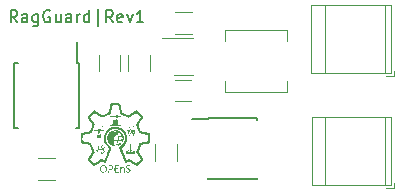
<source format=gbr>
%TF.GenerationSoftware,KiCad,Pcbnew,7.0.2-0*%
%TF.CreationDate,2023-04-20T17:34:09-07:00*%
%TF.ProjectId,RagGuard_V1,52616747-7561-4726-945f-56312e6b6963,rev?*%
%TF.SameCoordinates,Original*%
%TF.FileFunction,Legend,Top*%
%TF.FilePolarity,Positive*%
%FSLAX46Y46*%
G04 Gerber Fmt 4.6, Leading zero omitted, Abs format (unit mm)*
G04 Created by KiCad (PCBNEW 7.0.2-0) date 2023-04-20 17:34:09*
%MOMM*%
%LPD*%
G01*
G04 APERTURE LIST*
%ADD10C,0.150000*%
%ADD11C,0.120000*%
G04 APERTURE END LIST*
D10*
X184100190Y-130844935D02*
X183766857Y-130368744D01*
X183528762Y-130844935D02*
X183528762Y-129844935D01*
X183528762Y-129844935D02*
X183909714Y-129844935D01*
X183909714Y-129844935D02*
X184004952Y-129892554D01*
X184004952Y-129892554D02*
X184052571Y-129940173D01*
X184052571Y-129940173D02*
X184100190Y-130035411D01*
X184100190Y-130035411D02*
X184100190Y-130178268D01*
X184100190Y-130178268D02*
X184052571Y-130273506D01*
X184052571Y-130273506D02*
X184004952Y-130321125D01*
X184004952Y-130321125D02*
X183909714Y-130368744D01*
X183909714Y-130368744D02*
X183528762Y-130368744D01*
X184957333Y-130844935D02*
X184957333Y-130321125D01*
X184957333Y-130321125D02*
X184909714Y-130225887D01*
X184909714Y-130225887D02*
X184814476Y-130178268D01*
X184814476Y-130178268D02*
X184624000Y-130178268D01*
X184624000Y-130178268D02*
X184528762Y-130225887D01*
X184957333Y-130797316D02*
X184862095Y-130844935D01*
X184862095Y-130844935D02*
X184624000Y-130844935D01*
X184624000Y-130844935D02*
X184528762Y-130797316D01*
X184528762Y-130797316D02*
X184481143Y-130702077D01*
X184481143Y-130702077D02*
X184481143Y-130606839D01*
X184481143Y-130606839D02*
X184528762Y-130511601D01*
X184528762Y-130511601D02*
X184624000Y-130463982D01*
X184624000Y-130463982D02*
X184862095Y-130463982D01*
X184862095Y-130463982D02*
X184957333Y-130416363D01*
X185862095Y-130178268D02*
X185862095Y-130987792D01*
X185862095Y-130987792D02*
X185814476Y-131083030D01*
X185814476Y-131083030D02*
X185766857Y-131130649D01*
X185766857Y-131130649D02*
X185671619Y-131178268D01*
X185671619Y-131178268D02*
X185528762Y-131178268D01*
X185528762Y-131178268D02*
X185433524Y-131130649D01*
X185862095Y-130797316D02*
X185766857Y-130844935D01*
X185766857Y-130844935D02*
X185576381Y-130844935D01*
X185576381Y-130844935D02*
X185481143Y-130797316D01*
X185481143Y-130797316D02*
X185433524Y-130749696D01*
X185433524Y-130749696D02*
X185385905Y-130654458D01*
X185385905Y-130654458D02*
X185385905Y-130368744D01*
X185385905Y-130368744D02*
X185433524Y-130273506D01*
X185433524Y-130273506D02*
X185481143Y-130225887D01*
X185481143Y-130225887D02*
X185576381Y-130178268D01*
X185576381Y-130178268D02*
X185766857Y-130178268D01*
X185766857Y-130178268D02*
X185862095Y-130225887D01*
X186862095Y-129892554D02*
X186766857Y-129844935D01*
X186766857Y-129844935D02*
X186624000Y-129844935D01*
X186624000Y-129844935D02*
X186481143Y-129892554D01*
X186481143Y-129892554D02*
X186385905Y-129987792D01*
X186385905Y-129987792D02*
X186338286Y-130083030D01*
X186338286Y-130083030D02*
X186290667Y-130273506D01*
X186290667Y-130273506D02*
X186290667Y-130416363D01*
X186290667Y-130416363D02*
X186338286Y-130606839D01*
X186338286Y-130606839D02*
X186385905Y-130702077D01*
X186385905Y-130702077D02*
X186481143Y-130797316D01*
X186481143Y-130797316D02*
X186624000Y-130844935D01*
X186624000Y-130844935D02*
X186719238Y-130844935D01*
X186719238Y-130844935D02*
X186862095Y-130797316D01*
X186862095Y-130797316D02*
X186909714Y-130749696D01*
X186909714Y-130749696D02*
X186909714Y-130416363D01*
X186909714Y-130416363D02*
X186719238Y-130416363D01*
X187766857Y-130178268D02*
X187766857Y-130844935D01*
X187338286Y-130178268D02*
X187338286Y-130702077D01*
X187338286Y-130702077D02*
X187385905Y-130797316D01*
X187385905Y-130797316D02*
X187481143Y-130844935D01*
X187481143Y-130844935D02*
X187624000Y-130844935D01*
X187624000Y-130844935D02*
X187719238Y-130797316D01*
X187719238Y-130797316D02*
X187766857Y-130749696D01*
X188671619Y-130844935D02*
X188671619Y-130321125D01*
X188671619Y-130321125D02*
X188624000Y-130225887D01*
X188624000Y-130225887D02*
X188528762Y-130178268D01*
X188528762Y-130178268D02*
X188338286Y-130178268D01*
X188338286Y-130178268D02*
X188243048Y-130225887D01*
X188671619Y-130797316D02*
X188576381Y-130844935D01*
X188576381Y-130844935D02*
X188338286Y-130844935D01*
X188338286Y-130844935D02*
X188243048Y-130797316D01*
X188243048Y-130797316D02*
X188195429Y-130702077D01*
X188195429Y-130702077D02*
X188195429Y-130606839D01*
X188195429Y-130606839D02*
X188243048Y-130511601D01*
X188243048Y-130511601D02*
X188338286Y-130463982D01*
X188338286Y-130463982D02*
X188576381Y-130463982D01*
X188576381Y-130463982D02*
X188671619Y-130416363D01*
X189147810Y-130844935D02*
X189147810Y-130178268D01*
X189147810Y-130368744D02*
X189195429Y-130273506D01*
X189195429Y-130273506D02*
X189243048Y-130225887D01*
X189243048Y-130225887D02*
X189338286Y-130178268D01*
X189338286Y-130178268D02*
X189433524Y-130178268D01*
X190195429Y-130844935D02*
X190195429Y-129844935D01*
X190195429Y-130797316D02*
X190100191Y-130844935D01*
X190100191Y-130844935D02*
X189909715Y-130844935D01*
X189909715Y-130844935D02*
X189814477Y-130797316D01*
X189814477Y-130797316D02*
X189766858Y-130749696D01*
X189766858Y-130749696D02*
X189719239Y-130654458D01*
X189719239Y-130654458D02*
X189719239Y-130368744D01*
X189719239Y-130368744D02*
X189766858Y-130273506D01*
X189766858Y-130273506D02*
X189814477Y-130225887D01*
X189814477Y-130225887D02*
X189909715Y-130178268D01*
X189909715Y-130178268D02*
X190100191Y-130178268D01*
X190100191Y-130178268D02*
X190195429Y-130225887D01*
X190909715Y-131178268D02*
X190909715Y-129749696D01*
X192195429Y-130844935D02*
X191862096Y-130368744D01*
X191624001Y-130844935D02*
X191624001Y-129844935D01*
X191624001Y-129844935D02*
X192004953Y-129844935D01*
X192004953Y-129844935D02*
X192100191Y-129892554D01*
X192100191Y-129892554D02*
X192147810Y-129940173D01*
X192147810Y-129940173D02*
X192195429Y-130035411D01*
X192195429Y-130035411D02*
X192195429Y-130178268D01*
X192195429Y-130178268D02*
X192147810Y-130273506D01*
X192147810Y-130273506D02*
X192100191Y-130321125D01*
X192100191Y-130321125D02*
X192004953Y-130368744D01*
X192004953Y-130368744D02*
X191624001Y-130368744D01*
X193004953Y-130797316D02*
X192909715Y-130844935D01*
X192909715Y-130844935D02*
X192719239Y-130844935D01*
X192719239Y-130844935D02*
X192624001Y-130797316D01*
X192624001Y-130797316D02*
X192576382Y-130702077D01*
X192576382Y-130702077D02*
X192576382Y-130321125D01*
X192576382Y-130321125D02*
X192624001Y-130225887D01*
X192624001Y-130225887D02*
X192719239Y-130178268D01*
X192719239Y-130178268D02*
X192909715Y-130178268D01*
X192909715Y-130178268D02*
X193004953Y-130225887D01*
X193004953Y-130225887D02*
X193052572Y-130321125D01*
X193052572Y-130321125D02*
X193052572Y-130416363D01*
X193052572Y-130416363D02*
X192576382Y-130511601D01*
X193385906Y-130178268D02*
X193624001Y-130844935D01*
X193624001Y-130844935D02*
X193862096Y-130178268D01*
X194766858Y-130844935D02*
X194195430Y-130844935D01*
X194481144Y-130844935D02*
X194481144Y-129844935D01*
X194481144Y-129844935D02*
X194385906Y-129987792D01*
X194385906Y-129987792D02*
X194290668Y-130083030D01*
X194290668Y-130083030D02*
X194195430Y-130130649D01*
D11*
%TO.C,C3*%
X195314667Y-133600064D02*
X195314667Y-135022568D01*
X193494667Y-133600064D02*
X193494667Y-135022568D01*
%TO.C,C4*%
X192814667Y-133600064D02*
X192814667Y-135022568D01*
X190994667Y-133600064D02*
X190994667Y-135022568D01*
%TO.C,C1*%
X197418415Y-135701316D02*
X198840919Y-135701316D01*
X197418415Y-137521316D02*
X198840919Y-137521316D01*
%TO.C,L1*%
X201664667Y-131471316D02*
X206944667Y-131471316D01*
X201664667Y-132416316D02*
X201664667Y-131471316D01*
X201664667Y-135806316D02*
X201664667Y-136751316D01*
X201664667Y-136751316D02*
X206944667Y-136751316D01*
X206944667Y-131471316D02*
X206944667Y-132416316D01*
X206944667Y-136751316D02*
X206944667Y-135806316D01*
%TO.C,R1*%
X195783720Y-142616380D02*
X195783720Y-141162252D01*
X197603720Y-142616380D02*
X197603720Y-141162252D01*
D10*
%TO.C,U1*%
X189347667Y-134313316D02*
X189142667Y-134313316D01*
X189347667Y-134313316D02*
X189347667Y-139813316D01*
X189142667Y-134313316D02*
X189142667Y-132563316D01*
X183837667Y-134313316D02*
X184137667Y-134313316D01*
X183837667Y-134313316D02*
X183837667Y-139813316D01*
X189347667Y-139813316D02*
X189047667Y-139813316D01*
X183837667Y-139813316D02*
X184137667Y-139813316D01*
D11*
%TO.C,U2*%
X198147167Y-132201316D02*
X196347167Y-132201316D01*
X198147167Y-132201316D02*
X198947167Y-132201316D01*
X198147167Y-135321316D02*
X197347167Y-135321316D01*
X198147167Y-135321316D02*
X198947167Y-135321316D01*
%TO.C,J1*%
X215335644Y-135402264D02*
X215975644Y-135402264D01*
X215975644Y-135402264D02*
X215975644Y-135002264D01*
X208995644Y-135162264D02*
X215735644Y-135162264D01*
X208995644Y-135162264D02*
X208995644Y-129382264D01*
X210115644Y-135162264D02*
X210115644Y-129382264D01*
X215215644Y-135162264D02*
X215215644Y-129382264D01*
X215735644Y-135162264D02*
X215735644Y-129382264D01*
X208995644Y-129382264D02*
X215735644Y-129382264D01*
%TO.C,C5*%
X187303919Y-144177604D02*
X185881415Y-144177604D01*
X187303919Y-142357604D02*
X185881415Y-142357604D01*
D10*
%TO.C,U3*%
X200275000Y-139000981D02*
X200275000Y-139050981D01*
X200275000Y-139000981D02*
X204425000Y-139000981D01*
X200275000Y-139050981D02*
X198875000Y-139050981D01*
X200275000Y-144150981D02*
X200275000Y-144005981D01*
X200275000Y-144150981D02*
X204425000Y-144150981D01*
X204425000Y-139000981D02*
X204425000Y-139145981D01*
X204425000Y-144150981D02*
X204425000Y-144005981D01*
D11*
%TO.C,C2*%
X198915919Y-131821316D02*
X197493415Y-131821316D01*
X198915919Y-130001316D02*
X197493415Y-130001316D01*
%TO.C,G\u002A\u002A\u002A*%
G36*
X190905117Y-139875513D02*
G01*
X190909571Y-139898584D01*
X190904096Y-139925249D01*
X190889602Y-139929662D01*
X190879131Y-139922092D01*
X190870689Y-139898961D01*
X190882661Y-139877883D01*
X190890003Y-139873888D01*
X190905117Y-139875513D01*
G37*
G36*
X192866428Y-139598123D02*
G01*
X192866428Y-139630737D01*
X192416351Y-139630737D01*
X191966274Y-139630737D01*
X191966274Y-139598123D01*
X191966274Y-139565509D01*
X192416351Y-139565509D01*
X192866428Y-139565509D01*
X192866428Y-139598123D01*
G37*
G36*
X193790332Y-141676760D02*
G01*
X193792674Y-141691190D01*
X193786683Y-141716164D01*
X193779628Y-141724574D01*
X193769954Y-141719955D01*
X193766582Y-141699253D01*
X193770954Y-141674370D01*
X193779628Y-141665868D01*
X193790332Y-141676760D01*
G37*
G36*
X193870948Y-140087337D02*
G01*
X193870948Y-140204749D01*
X193779628Y-140204749D01*
X193688308Y-140204749D01*
X193688308Y-140087337D01*
X193688308Y-139969926D01*
X193779628Y-139969926D01*
X193870948Y-139969926D01*
X193870948Y-140087337D01*
G37*
G36*
X193839755Y-141667048D02*
G01*
X193856070Y-141689268D01*
X193849773Y-141712882D01*
X193819852Y-141741247D01*
X193816607Y-141743675D01*
X193790916Y-141761678D01*
X193781531Y-141764132D01*
X193784378Y-141751780D01*
X193785327Y-141749390D01*
X193797370Y-141718262D01*
X193808475Y-141688281D01*
X193820276Y-141664309D01*
X193833064Y-141662388D01*
X193839755Y-141667048D01*
G37*
G36*
X193526199Y-141689842D02*
G01*
X193541497Y-141720323D01*
X193551581Y-141730009D01*
X193553911Y-141717987D01*
X193550162Y-141698483D01*
X193548490Y-141672863D01*
X193556436Y-141665868D01*
X193566909Y-141676808D01*
X193569505Y-141703371D01*
X193563784Y-141736171D01*
X193560195Y-141746281D01*
X193552020Y-141758779D01*
X193538708Y-141756226D01*
X193514091Y-141738183D01*
X193490237Y-141716266D01*
X193484787Y-141698763D01*
X193492853Y-141678482D01*
X193508853Y-141648587D01*
X193526199Y-141689842D01*
G37*
G36*
X193564523Y-140048372D02*
G01*
X193567052Y-140050384D01*
X193594997Y-140063014D01*
X193628393Y-140067769D01*
X193659988Y-140073250D01*
X193668739Y-140087337D01*
X193658840Y-140101874D01*
X193631018Y-140104197D01*
X193593192Y-140108719D01*
X193566148Y-140120504D01*
X193541313Y-140135971D01*
X193524687Y-140137107D01*
X193507885Y-140128120D01*
X193496328Y-140107796D01*
X193495423Y-140090601D01*
X193508820Y-140090601D01*
X193512616Y-140101072D01*
X193529338Y-140110693D01*
X193547250Y-140100942D01*
X193555546Y-140082995D01*
X193550105Y-140064417D01*
X193540009Y-140061246D01*
X193516299Y-140070202D01*
X193508820Y-140090601D01*
X193495423Y-140090601D01*
X193494839Y-140079510D01*
X193507855Y-140047484D01*
X193533182Y-140036258D01*
X193564523Y-140048372D01*
G37*
G36*
X191237685Y-141444445D02*
G01*
X191278546Y-141470880D01*
X191297148Y-141486631D01*
X191321518Y-141523935D01*
X191334800Y-141575938D01*
X191335433Y-141633050D01*
X191327265Y-141671693D01*
X191309275Y-141705771D01*
X191281577Y-141736629D01*
X191249161Y-141761493D01*
X191217014Y-141777593D01*
X191190124Y-141782155D01*
X191173480Y-141772408D01*
X191170486Y-141758819D01*
X191181389Y-141737326D01*
X191209615Y-141726532D01*
X191246912Y-141707222D01*
X191278173Y-141670244D01*
X191297490Y-141624024D01*
X191300894Y-141596375D01*
X191290874Y-141560998D01*
X191265755Y-141524863D01*
X191233070Y-141496225D01*
X191200355Y-141483334D01*
X191197580Y-141483228D01*
X191175106Y-141474512D01*
X191170486Y-141457137D01*
X191179378Y-141436578D01*
X191203203Y-141432680D01*
X191237685Y-141444445D01*
G37*
G36*
X194050485Y-140041091D02*
G01*
X194064024Y-140050809D01*
X194078790Y-140079276D01*
X194067611Y-140109519D01*
X194059179Y-140119020D01*
X194033939Y-140137340D01*
X194011652Y-140132742D01*
X193996591Y-140119797D01*
X193968330Y-140106093D01*
X193934198Y-140103489D01*
X193902663Y-140102194D01*
X193888501Y-140089286D01*
X193888098Y-140087894D01*
X194001294Y-140087894D01*
X194010374Y-140105003D01*
X194029262Y-140110288D01*
X194044626Y-140097449D01*
X194047065Y-140086429D01*
X194036221Y-140068781D01*
X194024235Y-140063729D01*
X194005921Y-140069328D01*
X194001294Y-140087894D01*
X193888098Y-140087894D01*
X193886434Y-140082154D01*
X193886334Y-140066232D01*
X193899532Y-140061640D01*
X193927519Y-140064895D01*
X193968579Y-140065562D01*
X193989149Y-140053772D01*
X194017856Y-140036772D01*
X194050485Y-140041091D01*
G37*
G36*
X194124481Y-139965144D02*
G01*
X194144569Y-139982362D01*
X194150697Y-140007984D01*
X194136858Y-140036841D01*
X194136677Y-140037041D01*
X194107545Y-140058637D01*
X194080961Y-140054684D01*
X194065691Y-140040541D01*
X194047949Y-140028430D01*
X194017058Y-140023409D01*
X193969512Y-140024234D01*
X193924484Y-140025488D01*
X193900068Y-140022223D01*
X193892143Y-140014522D01*
X194083301Y-140014522D01*
X194086202Y-140022109D01*
X194102722Y-140034946D01*
X194115868Y-140025307D01*
X194118816Y-140009063D01*
X194113672Y-139987859D01*
X194106541Y-139982972D01*
X194088356Y-139993289D01*
X194083301Y-140014522D01*
X193892143Y-140014522D01*
X193891022Y-140013433D01*
X193890516Y-140009063D01*
X193895666Y-139998038D01*
X193914655Y-139993149D01*
X193952793Y-139993347D01*
X193966290Y-139994089D01*
X194016238Y-139994680D01*
X194048313Y-139988127D01*
X194066460Y-139976606D01*
X194096442Y-139961502D01*
X194124481Y-139965144D01*
G37*
G36*
X193485459Y-139969371D02*
G01*
X193493565Y-139977585D01*
X193511306Y-139989696D01*
X193542197Y-139994717D01*
X193589744Y-139993892D01*
X193634772Y-139992638D01*
X193659188Y-139995903D01*
X193668234Y-140004693D01*
X193668739Y-140009063D01*
X193663682Y-140019936D01*
X193645016Y-140024945D01*
X193607499Y-140025097D01*
X193589744Y-140024234D01*
X193540375Y-140023501D01*
X193510238Y-140028828D01*
X193493565Y-140040541D01*
X193465973Y-140059612D01*
X193439135Y-140056628D01*
X193420948Y-140032880D01*
X193419663Y-140028462D01*
X193419549Y-140013852D01*
X193431021Y-140013852D01*
X193433660Y-140021694D01*
X193452723Y-140032538D01*
X193476290Y-140027507D01*
X193489365Y-140012331D01*
X193484760Y-139995438D01*
X193465804Y-139986164D01*
X193444027Y-139988821D01*
X193438090Y-139993148D01*
X193431021Y-140013852D01*
X193419549Y-140013852D01*
X193419382Y-139992603D01*
X193434438Y-139967922D01*
X193458556Y-139958738D01*
X193485459Y-139969371D01*
G37*
G36*
X191224832Y-141330534D02*
G01*
X191293964Y-141352457D01*
X191356859Y-141396919D01*
X191409002Y-141460423D01*
X191422289Y-141483451D01*
X191444386Y-141530243D01*
X191454168Y-141567986D01*
X191454420Y-141608911D01*
X191453408Y-141620208D01*
X191433815Y-141700320D01*
X191394332Y-141772120D01*
X191339004Y-141830244D01*
X191271881Y-141869324D01*
X191263120Y-141872515D01*
X191212414Y-141885695D01*
X191181162Y-141884287D01*
X191170486Y-141868340D01*
X191170486Y-141868325D01*
X191181731Y-141851918D01*
X191206361Y-141841376D01*
X191277337Y-141814202D01*
X191341303Y-141766851D01*
X191355979Y-141751519D01*
X191387479Y-141697958D01*
X191402424Y-141632315D01*
X191400572Y-141562867D01*
X191381686Y-141497894D01*
X191364198Y-141467412D01*
X191333832Y-141435757D01*
X191291643Y-141404722D01*
X191246649Y-141379846D01*
X191207870Y-141366664D01*
X191198692Y-141365817D01*
X191175300Y-141357575D01*
X191170486Y-141344531D01*
X191175121Y-141331451D01*
X191193257Y-141327624D01*
X191224832Y-141330534D01*
G37*
G36*
X193967900Y-140138063D02*
G01*
X194015474Y-140150960D01*
X194042025Y-140170391D01*
X194052550Y-140200956D01*
X194053388Y-140216767D01*
X194062250Y-140251875D01*
X194074739Y-140271726D01*
X194089041Y-140301883D01*
X194078113Y-140330117D01*
X194055231Y-140347372D01*
X194028988Y-140353701D01*
X194008834Y-140340771D01*
X193992037Y-140313322D01*
X194015334Y-140313322D01*
X194022793Y-140326154D01*
X194038756Y-140329188D01*
X194051420Y-140314261D01*
X194053588Y-140301822D01*
X194043128Y-140285198D01*
X194034019Y-140283023D01*
X194017609Y-140292751D01*
X194015334Y-140313322D01*
X193992037Y-140313322D01*
X193989978Y-140309958D01*
X193997083Y-140281366D01*
X194008594Y-140269424D01*
X194023318Y-140242109D01*
X194024901Y-140212383D01*
X194017642Y-140182869D01*
X193998481Y-140170332D01*
X193984309Y-140167930D01*
X193951349Y-140169521D01*
X193930595Y-140177875D01*
X193911626Y-140183830D01*
X193896714Y-140171742D01*
X193886248Y-140149163D01*
X193898706Y-140136119D01*
X193932431Y-140133394D01*
X193967900Y-140138063D01*
G37*
G36*
X192014652Y-142951573D02*
G01*
X192056057Y-142954566D01*
X192085517Y-142961179D01*
X192110095Y-142972739D01*
X192126377Y-142983246D01*
X192166867Y-143017610D01*
X192190179Y-143056964D01*
X192200042Y-143109269D01*
X192201097Y-143142678D01*
X192189920Y-143211807D01*
X192157517Y-143267044D01*
X192105580Y-143306968D01*
X192035800Y-143330159D01*
X191971204Y-143335719D01*
X191901045Y-143335719D01*
X191901045Y-143459654D01*
X191901045Y-143583588D01*
X191861676Y-143583588D01*
X191822307Y-143583588D01*
X191825801Y-143267229D01*
X191828646Y-143009577D01*
X191901045Y-143009577D01*
X191901045Y-143141649D01*
X191901045Y-143273722D01*
X191973644Y-143267701D01*
X192025381Y-143259772D01*
X192060897Y-143244106D01*
X192078797Y-143229126D01*
X192103645Y-143187813D01*
X192112714Y-143135997D01*
X192104923Y-143084734D01*
X192094977Y-143063729D01*
X192065581Y-143037878D01*
X192017839Y-143019121D01*
X191959110Y-143010083D01*
X191943444Y-143009649D01*
X191901045Y-143009577D01*
X191828646Y-143009577D01*
X191829294Y-142950871D01*
X191954238Y-142950871D01*
X192014652Y-142951573D01*
G37*
G36*
X193765649Y-140236239D02*
G01*
X193776800Y-140259431D01*
X193764118Y-140272856D01*
X193728075Y-140276239D01*
X193700990Y-140274025D01*
X193636125Y-140266343D01*
X193636125Y-140312424D01*
X193641729Y-140349428D01*
X193655694Y-140366015D01*
X193672151Y-140384029D01*
X193673253Y-140411957D01*
X193659607Y-140436962D01*
X193634413Y-140450727D01*
X193601020Y-140444286D01*
X193600249Y-140443977D01*
X193589397Y-140429116D01*
X193584567Y-140403660D01*
X193600000Y-140403660D01*
X193603511Y-140413480D01*
X193622425Y-140426411D01*
X193641638Y-140419856D01*
X193649171Y-140400434D01*
X193641345Y-140379282D01*
X193630372Y-140374343D01*
X193607433Y-140383407D01*
X193600000Y-140403660D01*
X193584567Y-140403660D01*
X193584446Y-140403023D01*
X193585838Y-140376906D01*
X193594015Y-140361972D01*
X193596988Y-140361297D01*
X193605814Y-140349878D01*
X193609984Y-140322008D01*
X193610034Y-140318246D01*
X193617199Y-140274872D01*
X193640522Y-140251033D01*
X193681785Y-140243886D01*
X193714772Y-140239782D01*
X193735825Y-140230287D01*
X193753116Y-140225615D01*
X193765649Y-140236239D01*
G37*
G36*
X193836107Y-140226973D02*
G01*
X193858033Y-140234947D01*
X193892427Y-140242589D01*
X193896596Y-140243286D01*
X193928009Y-140251273D01*
X193942060Y-140267486D01*
X193947021Y-140296219D01*
X193957091Y-140334422D01*
X193975501Y-140364228D01*
X193976374Y-140365067D01*
X193997553Y-140389743D01*
X193996737Y-140409730D01*
X193977548Y-140431027D01*
X193948697Y-140450235D01*
X193925086Y-140447075D01*
X193912694Y-140436962D01*
X193898698Y-140410355D01*
X193899403Y-140400434D01*
X193923131Y-140400434D01*
X193931288Y-140421683D01*
X193942699Y-140426526D01*
X193958636Y-140415650D01*
X193962268Y-140400434D01*
X193954111Y-140379186D01*
X193942699Y-140374343D01*
X193926763Y-140385219D01*
X193923131Y-140400434D01*
X193899403Y-140400434D01*
X193900664Y-140382671D01*
X193916608Y-140366015D01*
X193931408Y-140347139D01*
X193936176Y-140312424D01*
X193936176Y-140266343D01*
X193871311Y-140274025D01*
X193830308Y-140276246D01*
X193803762Y-140272447D01*
X193798437Y-140268748D01*
X193798410Y-140249548D01*
X193812346Y-140231550D01*
X193830938Y-140225077D01*
X193836107Y-140226973D01*
G37*
G36*
X194011832Y-139651574D02*
G01*
X194020083Y-139665735D01*
X194018102Y-139691652D01*
X193999923Y-139716378D01*
X193974160Y-139730654D01*
X193959677Y-139730646D01*
X193936749Y-139736297D01*
X193904765Y-139763848D01*
X193884151Y-139787098D01*
X193850364Y-139831024D01*
X193834658Y-139862350D01*
X193835504Y-139885680D01*
X193846329Y-139900951D01*
X193854482Y-139921371D01*
X193852082Y-139929652D01*
X193832790Y-139942365D01*
X193809541Y-139940760D01*
X193800767Y-139933330D01*
X193797449Y-139906257D01*
X193808276Y-139866606D01*
X193830288Y-139821501D01*
X193860523Y-139778064D01*
X193869667Y-139767596D01*
X193898412Y-139732497D01*
X193917820Y-139701308D01*
X193923131Y-139684809D01*
X193923764Y-139682920D01*
X193949222Y-139682920D01*
X193955825Y-139704332D01*
X193972052Y-139706528D01*
X193991460Y-139693664D01*
X193994882Y-139682920D01*
X193984037Y-139664500D01*
X193972052Y-139659312D01*
X193953560Y-139663850D01*
X193949222Y-139682920D01*
X193923764Y-139682920D01*
X193933181Y-139654830D01*
X193957324Y-139638116D01*
X193986545Y-139636440D01*
X194011832Y-139651574D01*
G37*
G36*
X191256521Y-141219244D02*
G01*
X191304750Y-141235464D01*
X191390212Y-141280091D01*
X191459160Y-141341447D01*
X191510799Y-141415647D01*
X191544337Y-141498804D01*
X191558979Y-141587031D01*
X191553931Y-141676441D01*
X191528401Y-141763149D01*
X191481594Y-141843266D01*
X191438554Y-141890747D01*
X191388385Y-141927858D01*
X191323937Y-141962229D01*
X191256858Y-141988185D01*
X191219407Y-141997502D01*
X191187333Y-142001492D01*
X191173386Y-141996364D01*
X191170486Y-141981274D01*
X191177203Y-141963253D01*
X191201249Y-141952903D01*
X191220820Y-141949558D01*
X191306033Y-141925382D01*
X191382798Y-141878478D01*
X191446988Y-141811850D01*
X191478722Y-141761838D01*
X191501595Y-141698753D01*
X191512806Y-141623985D01*
X191511664Y-141548603D01*
X191497479Y-141483681D01*
X191496265Y-141480527D01*
X191460589Y-141416485D01*
X191409299Y-141357975D01*
X191348334Y-141309598D01*
X191283630Y-141275956D01*
X191221125Y-141261651D01*
X191213584Y-141261451D01*
X191183202Y-141258139D01*
X191171495Y-141245422D01*
X191170486Y-141235360D01*
X191179759Y-141215143D01*
X191208152Y-141209771D01*
X191256521Y-141219244D01*
G37*
G36*
X193642839Y-139728561D02*
G01*
X193665540Y-139746329D01*
X193674541Y-139773716D01*
X193665620Y-139802755D01*
X193655694Y-139813377D01*
X193641403Y-139837581D01*
X193636125Y-139868356D01*
X193637263Y-139890788D01*
X193645047Y-139901769D01*
X193666028Y-139904578D01*
X193704615Y-139902634D01*
X193746042Y-139901540D01*
X193767090Y-139905986D01*
X193773101Y-139917139D01*
X193773105Y-139917564D01*
X193767852Y-139931964D01*
X193748888Y-139938073D01*
X193711407Y-139936838D01*
X193688360Y-139934281D01*
X193643204Y-139923729D01*
X193618765Y-139903054D01*
X193610248Y-139867598D01*
X193610034Y-139858210D01*
X193606454Y-139826283D01*
X193597759Y-139807407D01*
X193596988Y-139806854D01*
X193584180Y-139786055D01*
X193585186Y-139770784D01*
X193601761Y-139770784D01*
X193606040Y-139778943D01*
X193626780Y-139787423D01*
X193644908Y-139779626D01*
X193649171Y-139767717D01*
X193639123Y-139750413D01*
X193630372Y-139748149D01*
X193609019Y-139755371D01*
X193601761Y-139770784D01*
X193585186Y-139770784D01*
X193586047Y-139757701D01*
X193600434Y-139734173D01*
X193610660Y-139728381D01*
X193642839Y-139728561D01*
G37*
G36*
X193666568Y-140138966D02*
G01*
X193672359Y-140154937D01*
X193662542Y-140171742D01*
X193643690Y-140184543D01*
X193628660Y-140177875D01*
X193603750Y-140168752D01*
X193574947Y-140167930D01*
X193547212Y-140176521D01*
X193535572Y-140199297D01*
X193533947Y-140210152D01*
X193537684Y-140245584D01*
X193550255Y-140259722D01*
X193567378Y-140282025D01*
X193569125Y-140312867D01*
X193556002Y-140340086D01*
X193546607Y-140347287D01*
X193517309Y-140352244D01*
X193497892Y-140342425D01*
X193482565Y-140327306D01*
X193480948Y-140308099D01*
X193481388Y-140306666D01*
X193500539Y-140306666D01*
X193513114Y-140322833D01*
X193529503Y-140329129D01*
X193533237Y-140327769D01*
X193543858Y-140309835D01*
X193544805Y-140301822D01*
X193535077Y-140286017D01*
X193514513Y-140284024D01*
X193501432Y-140291607D01*
X193500539Y-140306666D01*
X193481388Y-140306666D01*
X193489567Y-140280037D01*
X193500619Y-140242796D01*
X193505816Y-140212179D01*
X193505868Y-140210345D01*
X193512634Y-140177121D01*
X193535304Y-140155173D01*
X193578389Y-140140685D01*
X193591356Y-140138063D01*
X193639015Y-140133080D01*
X193666568Y-140138966D01*
G37*
G36*
X192683788Y-142976962D02*
G01*
X192683788Y-143009577D01*
X192553331Y-143009577D01*
X192422874Y-143009577D01*
X192422874Y-143113942D01*
X192422874Y-143218308D01*
X192532992Y-143218308D01*
X192593185Y-143219567D01*
X192630958Y-143224255D01*
X192649902Y-143233738D01*
X192653606Y-143249385D01*
X192649820Y-143262791D01*
X192640703Y-143273340D01*
X192619933Y-143279722D01*
X192582499Y-143282821D01*
X192532367Y-143283537D01*
X192422874Y-143283537D01*
X192422874Y-143393953D01*
X192422874Y-143504369D01*
X192550070Y-143508103D01*
X192608378Y-143510053D01*
X192645426Y-143512680D01*
X192666033Y-143517362D01*
X192675022Y-143525476D01*
X192677212Y-143538401D01*
X192677265Y-143544451D01*
X192677265Y-143577065D01*
X192520442Y-143580704D01*
X192443882Y-143581407D01*
X192390857Y-143579265D01*
X192358951Y-143574103D01*
X192347586Y-143568311D01*
X192341806Y-143554236D01*
X192337436Y-143523612D01*
X192334359Y-143474260D01*
X192332459Y-143404006D01*
X192331619Y-143310675D01*
X192331554Y-143268949D01*
X192331907Y-143184573D01*
X192332893Y-143108279D01*
X192334406Y-143044188D01*
X192336338Y-142996419D01*
X192338583Y-142969093D01*
X192339472Y-142964984D01*
X192346547Y-142956327D01*
X192362708Y-142950421D01*
X192392096Y-142946780D01*
X192438854Y-142944919D01*
X192507122Y-142944352D01*
X192515590Y-142944348D01*
X192683788Y-142944348D01*
X192683788Y-142976962D01*
G37*
G36*
X192563809Y-138731734D02*
G01*
X192592206Y-138735872D01*
X192604182Y-138744026D01*
X192605514Y-138750152D01*
X192609825Y-138759277D01*
X192625619Y-138765136D01*
X192657187Y-138768371D01*
X192708822Y-138769628D01*
X192735971Y-138769720D01*
X192866428Y-138769720D01*
X192866428Y-138802335D01*
X192866428Y-138834949D01*
X192735971Y-138834949D01*
X192676241Y-138835412D01*
X192637964Y-138837347D01*
X192616512Y-138841573D01*
X192607254Y-138848908D01*
X192605514Y-138858012D01*
X192597370Y-138887906D01*
X192577110Y-138922835D01*
X192550990Y-138954606D01*
X192525266Y-138975026D01*
X192513532Y-138978452D01*
X192488714Y-138967406D01*
X192463395Y-138938963D01*
X192461549Y-138936053D01*
X192441866Y-138899700D01*
X192428530Y-138867190D01*
X192427712Y-138864302D01*
X192424194Y-138853718D01*
X192417521Y-138846044D01*
X192403957Y-138840811D01*
X192379765Y-138837553D01*
X192341211Y-138835802D01*
X192284558Y-138835090D01*
X192206072Y-138834950D01*
X192193160Y-138834949D01*
X191966274Y-138834949D01*
X191966274Y-138802335D01*
X191966274Y-138769720D01*
X192194574Y-138769720D01*
X192278100Y-138769434D01*
X192338922Y-138768383D01*
X192380425Y-138766275D01*
X192405994Y-138762822D01*
X192419011Y-138757733D01*
X192422860Y-138750719D01*
X192422874Y-138750152D01*
X192428244Y-138739520D01*
X192447555Y-138733435D01*
X192485604Y-138730869D01*
X192514194Y-138730583D01*
X192563809Y-138731734D01*
G37*
G36*
X193073713Y-143109593D02*
G01*
X193117880Y-143131395D01*
X193156415Y-143160223D01*
X193178182Y-143187955D01*
X193183827Y-143213526D01*
X193188336Y-143260055D01*
X193191363Y-143322420D01*
X193192564Y-143395498D01*
X193192571Y-143401562D01*
X193192571Y-143583588D01*
X193154444Y-143583588D01*
X193116318Y-143583588D01*
X193112046Y-143408798D01*
X193109796Y-143335833D01*
X193106760Y-143284231D01*
X193102255Y-143249264D01*
X193095601Y-143226205D01*
X193086117Y-143210327D01*
X193082922Y-143206590D01*
X193046041Y-143183610D01*
X193001155Y-143182294D01*
X192957389Y-143201402D01*
X192931593Y-143220803D01*
X192913818Y-143240679D01*
X192902566Y-143266211D01*
X192896333Y-143302578D01*
X192893619Y-143354960D01*
X192892934Y-143423778D01*
X192892605Y-143490537D01*
X192891475Y-143535509D01*
X192888713Y-143562996D01*
X192883487Y-143577302D01*
X192874968Y-143582732D01*
X192862324Y-143583588D01*
X192862079Y-143583588D01*
X192834682Y-143580216D01*
X192822942Y-143574891D01*
X192820103Y-143559602D01*
X192817652Y-143522635D01*
X192815752Y-143468403D01*
X192814568Y-143401319D01*
X192814245Y-143340068D01*
X192814245Y-143113942D01*
X192853382Y-143113942D01*
X192882170Y-143118153D01*
X192892198Y-143133529D01*
X192892519Y-143139277D01*
X192894098Y-143153448D01*
X192902693Y-143156015D01*
X192924093Y-143146313D01*
X192947964Y-143132912D01*
X192987417Y-143113868D01*
X193022878Y-143102474D01*
X193034246Y-143101054D01*
X193073713Y-143109593D01*
G37*
G36*
X191467666Y-142941055D02*
G01*
X191504764Y-142946822D01*
X191534957Y-142959072D01*
X191564935Y-142978244D01*
X191620286Y-143031747D01*
X191659380Y-143099684D01*
X191682457Y-143177211D01*
X191689754Y-143259484D01*
X191681510Y-143341656D01*
X191657963Y-143418883D01*
X191619352Y-143486320D01*
X191565914Y-143539122D01*
X191536460Y-143557142D01*
X191483951Y-143574489D01*
X191418619Y-143582914D01*
X191350944Y-143582196D01*
X191291406Y-143572116D01*
X191266548Y-143562810D01*
X191217745Y-143533023D01*
X191182427Y-143495454D01*
X191154083Y-143442383D01*
X191144264Y-143417815D01*
X191128138Y-143367480D01*
X191120714Y-143319640D01*
X191120568Y-143295067D01*
X191210640Y-143295067D01*
X191223745Y-143369701D01*
X191250760Y-143433282D01*
X191290578Y-143480126D01*
X191298835Y-143486217D01*
X191359298Y-143512820D01*
X191423973Y-143516477D01*
X191485525Y-143496941D01*
X191492841Y-143492731D01*
X191543559Y-143446813D01*
X191576705Y-143381687D01*
X191592224Y-143297479D01*
X191593480Y-143257445D01*
X191585014Y-143166365D01*
X191560762Y-143096042D01*
X191520731Y-143046485D01*
X191464931Y-143017706D01*
X191402462Y-143009577D01*
X191335706Y-143021479D01*
X191280880Y-143055634D01*
X191241169Y-143109707D01*
X191230579Y-143135362D01*
X191212549Y-143215060D01*
X191210640Y-143295067D01*
X191120568Y-143295067D01*
X191120370Y-143261935D01*
X191121296Y-143242795D01*
X191134460Y-143148049D01*
X191163177Y-143072390D01*
X191208888Y-143012959D01*
X191255257Y-142977276D01*
X191291849Y-142956478D01*
X191324500Y-142944855D01*
X191363443Y-142939960D01*
X191414093Y-142939301D01*
X191467666Y-142941055D01*
G37*
G36*
X193584555Y-142949366D02*
G01*
X193623253Y-142969600D01*
X193645772Y-142998598D01*
X193649171Y-143017279D01*
X193645767Y-143040759D01*
X193630813Y-143044422D01*
X193619818Y-143041604D01*
X193591290Y-143029822D01*
X193578072Y-143021156D01*
X193558187Y-143013969D01*
X193523313Y-143009911D01*
X193509582Y-143009577D01*
X193456924Y-143018506D01*
X193419817Y-143043270D01*
X193402204Y-143080835D01*
X193401302Y-143092928D01*
X193408266Y-143125322D01*
X193431187Y-143155937D01*
X193473107Y-143187689D01*
X193537068Y-143223490D01*
X193538282Y-143224110D01*
X193612035Y-143269374D01*
X193660639Y-143317616D01*
X193684963Y-143369855D01*
X193688308Y-143399979D01*
X193677412Y-143454778D01*
X193648933Y-143508949D01*
X193609185Y-143551570D01*
X193595288Y-143560888D01*
X193551506Y-143576085D01*
X193493925Y-143583233D01*
X193432689Y-143582352D01*
X193377940Y-143573462D01*
X193345327Y-143560411D01*
X193315916Y-143533348D01*
X193299479Y-143500779D01*
X193300291Y-143471761D01*
X193301982Y-143468566D01*
X193316751Y-143467086D01*
X193346636Y-143476446D01*
X193370650Y-143487393D01*
X193413689Y-143505546D01*
X193453945Y-143516689D01*
X193469390Y-143518359D01*
X193518690Y-143509757D01*
X193560965Y-143487225D01*
X193588043Y-143455678D01*
X193592150Y-143444539D01*
X193595171Y-143397374D01*
X193576878Y-143357748D01*
X193535355Y-143322592D01*
X193505668Y-143305925D01*
X193436622Y-143269231D01*
X193387805Y-143238403D01*
X193355066Y-143210018D01*
X193334252Y-143180654D01*
X193324071Y-143156241D01*
X193315399Y-143092722D01*
X193331825Y-143034326D01*
X193372474Y-142983730D01*
X193383613Y-142974644D01*
X193429207Y-142950536D01*
X193481750Y-142938906D01*
X193535460Y-142938826D01*
X193584555Y-142949366D01*
G37*
G36*
X192521338Y-139016339D02*
G01*
X192526077Y-139046766D01*
X192527240Y-139076295D01*
X192527240Y-139148046D01*
X192598991Y-139148046D01*
X192670742Y-139148046D01*
X192670742Y-139343732D01*
X192670742Y-139539417D01*
X192416002Y-139539417D01*
X192161262Y-139539417D01*
X192164077Y-139389392D01*
X192462011Y-139389392D01*
X192468534Y-139395915D01*
X192473588Y-139390861D01*
X192557815Y-139390861D01*
X192559854Y-139395915D01*
X192571577Y-139408360D01*
X192573669Y-139408960D01*
X192579273Y-139398867D01*
X192579422Y-139395915D01*
X192569393Y-139383370D01*
X192565607Y-139382869D01*
X192557815Y-139390861D01*
X192473588Y-139390861D01*
X192475057Y-139389392D01*
X192468534Y-139382869D01*
X192462011Y-139389392D01*
X192164077Y-139389392D01*
X192164872Y-139346993D01*
X192165314Y-139323416D01*
X192507613Y-139323416D01*
X192509000Y-139354661D01*
X192514819Y-139366341D01*
X192518403Y-139366246D01*
X192531983Y-139351383D01*
X192532458Y-139345906D01*
X192531511Y-139325731D01*
X192530842Y-139304595D01*
X192553331Y-139304595D01*
X192557782Y-139317301D01*
X192559084Y-139317640D01*
X192570222Y-139308499D01*
X192572900Y-139304595D01*
X192571865Y-139292573D01*
X192567147Y-139291549D01*
X192553862Y-139301019D01*
X192553331Y-139304595D01*
X192530842Y-139304595D01*
X192530313Y-139287902D01*
X192529196Y-139243715D01*
X192527575Y-139200909D01*
X192525190Y-139171641D01*
X192522552Y-139162123D01*
X192522497Y-139162179D01*
X192519386Y-139176861D01*
X192515398Y-139210902D01*
X192511286Y-139257617D01*
X192510399Y-139269490D01*
X192507613Y-139323416D01*
X192165314Y-139323416D01*
X192165762Y-139299541D01*
X192466495Y-139299541D01*
X192468534Y-139304595D01*
X192480257Y-139317040D01*
X192482349Y-139317640D01*
X192487953Y-139307547D01*
X192488102Y-139304595D01*
X192478073Y-139292050D01*
X192474287Y-139291549D01*
X192466495Y-139299541D01*
X192165762Y-139299541D01*
X192168482Y-139154569D01*
X192334815Y-139150918D01*
X192501148Y-139147266D01*
X192501148Y-139075905D01*
X192503304Y-139036733D01*
X192508862Y-139010813D01*
X192514194Y-139004543D01*
X192521338Y-139016339D01*
G37*
G36*
X190972969Y-141271563D02*
G01*
X190983586Y-141299594D01*
X190997664Y-141351318D01*
X191015459Y-141427616D01*
X191022935Y-141461774D01*
X191035523Y-141511190D01*
X191048861Y-141549275D01*
X191060597Y-141569588D01*
X191062828Y-141571071D01*
X191085151Y-141569762D01*
X191117513Y-141557818D01*
X191124311Y-141554344D01*
X191154527Y-141539827D01*
X191174782Y-141538496D01*
X191197497Y-141550133D01*
X191201872Y-141552975D01*
X191229471Y-141582308D01*
X191234949Y-141614427D01*
X191220642Y-141643043D01*
X191188890Y-141661865D01*
X191159895Y-141665868D01*
X191130280Y-141656358D01*
X191118303Y-141646300D01*
X191094615Y-141632630D01*
X191059930Y-141626736D01*
X191058925Y-141626731D01*
X191034069Y-141625254D01*
X191019427Y-141616648D01*
X191014344Y-141604886D01*
X191120312Y-141604886D01*
X191128832Y-141628716D01*
X191141133Y-141638732D01*
X191166052Y-141650778D01*
X191182178Y-141647601D01*
X191193968Y-141637168D01*
X191208661Y-141609151D01*
X191202945Y-141582404D01*
X191182905Y-141567827D01*
X191151657Y-141567128D01*
X191129357Y-141581919D01*
X191120312Y-141604886D01*
X191014344Y-141604886D01*
X191009923Y-141594656D01*
X191000939Y-141555207D01*
X190990738Y-141514571D01*
X190980128Y-141485369D01*
X190973922Y-141476163D01*
X190962344Y-141472318D01*
X190961754Y-141473420D01*
X190959319Y-141487262D01*
X190952654Y-141521786D01*
X190942717Y-141572101D01*
X190930468Y-141633318D01*
X190927703Y-141647045D01*
X190913752Y-141716890D01*
X190900656Y-141783657D01*
X190889848Y-141839953D01*
X190882764Y-141878389D01*
X190882568Y-141879510D01*
X190873290Y-141925499D01*
X190865344Y-141946569D01*
X190857831Y-141943797D01*
X190849913Y-141918538D01*
X190842238Y-141886882D01*
X190830603Y-141840193D01*
X190817838Y-141789803D01*
X190804935Y-141738634D01*
X190793664Y-141692787D01*
X190786563Y-141662607D01*
X190775838Y-141636598D01*
X190753510Y-141627361D01*
X190738772Y-141626731D01*
X190710717Y-141623305D01*
X190702589Y-141610648D01*
X190703323Y-141603901D01*
X190714153Y-141587912D01*
X190742260Y-141581506D01*
X190757997Y-141581071D01*
X190808275Y-141581071D01*
X190833704Y-141663908D01*
X190847154Y-141704879D01*
X190858036Y-141732873D01*
X190864008Y-141741871D01*
X190864027Y-141741853D01*
X190868691Y-141727401D01*
X190875861Y-141694803D01*
X190882565Y-141659015D01*
X190894961Y-141590784D01*
X190908810Y-141518762D01*
X190923110Y-141447686D01*
X190936861Y-141382292D01*
X190949061Y-141327318D01*
X190958709Y-141287501D01*
X190964803Y-141267578D01*
X190965554Y-141266348D01*
X190972969Y-141271563D01*
G37*
G36*
X193727445Y-141471291D02*
G01*
X193727321Y-141577491D01*
X193726825Y-141660603D01*
X193725774Y-141723627D01*
X193723983Y-141769566D01*
X193721269Y-141801421D01*
X193717446Y-141822195D01*
X193712331Y-141834889D01*
X193705740Y-141842506D01*
X193704615Y-141843394D01*
X193696413Y-141852098D01*
X193702464Y-141857384D01*
X193726490Y-141860098D01*
X193772214Y-141861081D01*
X193782889Y-141861139D01*
X193883993Y-141861554D01*
X193883993Y-141815894D01*
X193883993Y-141770234D01*
X193975313Y-141770234D01*
X194066633Y-141770234D01*
X194066633Y-141881123D01*
X194066633Y-141992011D01*
X193677436Y-141992011D01*
X193579165Y-141991730D01*
X193489428Y-141990935D01*
X193411519Y-141989698D01*
X193348732Y-141988091D01*
X193304360Y-141986187D01*
X193281697Y-141984056D01*
X193279542Y-141983314D01*
X193275430Y-141966977D01*
X193272367Y-141931520D01*
X193270899Y-141883908D01*
X193270845Y-141872425D01*
X193270845Y-141770234D01*
X193362165Y-141770234D01*
X193453485Y-141770234D01*
X193453485Y-141815894D01*
X193453485Y-141861554D01*
X193554589Y-141861139D01*
X193604532Y-141860500D01*
X193632205Y-141858436D01*
X193641427Y-141853959D01*
X193636016Y-141846079D01*
X193630318Y-141841532D01*
X193628127Y-141839506D01*
X193662216Y-141839506D01*
X193670158Y-141841670D01*
X193688308Y-141828940D01*
X193707797Y-141806907D01*
X193714399Y-141792282D01*
X193706458Y-141790118D01*
X193688308Y-141802848D01*
X193668818Y-141824881D01*
X193662216Y-141839506D01*
X193628127Y-141839506D01*
X193622705Y-141834491D01*
X193616775Y-141824217D01*
X193612310Y-141807638D01*
X193609092Y-141781684D01*
X193606904Y-141743281D01*
X193605797Y-141699888D01*
X193623079Y-141699888D01*
X193624308Y-141730032D01*
X193630316Y-141738663D01*
X193644592Y-141730329D01*
X193645731Y-141729433D01*
X193672537Y-141705011D01*
X193690957Y-141685437D01*
X193707209Y-141652129D01*
X193713612Y-141607356D01*
X193713612Y-141607163D01*
X193713693Y-141554980D01*
X193668386Y-141603710D01*
X193637678Y-141642958D01*
X193624556Y-141679100D01*
X193623079Y-141699888D01*
X193605797Y-141699888D01*
X193605528Y-141689359D01*
X193604747Y-141616844D01*
X193604342Y-141522667D01*
X193604245Y-141481657D01*
X193623079Y-141481657D01*
X193624883Y-141509236D01*
X193633417Y-141515969D01*
X193648502Y-141509678D01*
X193675871Y-141488270D01*
X193694162Y-141467179D01*
X193706427Y-141439784D01*
X193713141Y-141405984D01*
X193713682Y-141374819D01*
X193707429Y-141355328D01*
X193702017Y-141352771D01*
X193682427Y-141363801D01*
X193659809Y-141391393D01*
X193639214Y-141427299D01*
X193625694Y-141463272D01*
X193623079Y-141481657D01*
X193604245Y-141481657D01*
X193604226Y-141473406D01*
X193603551Y-141144040D01*
X193623079Y-141144040D01*
X193623432Y-141232098D01*
X193623785Y-141320157D01*
X193669092Y-141271427D01*
X193703367Y-141224938D01*
X193714399Y-141183369D01*
X193711873Y-141156948D01*
X193699017Y-141146111D01*
X193668739Y-141144040D01*
X193623079Y-141144040D01*
X193603551Y-141144040D01*
X193603511Y-141124471D01*
X193665478Y-141120495D01*
X193727445Y-141116519D01*
X193727445Y-141471291D01*
G37*
G36*
X191299821Y-139664004D02*
G01*
X191295793Y-139697534D01*
X191285288Y-139719448D01*
X191277222Y-139732187D01*
X191289789Y-139735103D01*
X191316425Y-139724306D01*
X191340652Y-139698913D01*
X191352909Y-139669417D01*
X191353125Y-139665586D01*
X191359534Y-139646837D01*
X191366171Y-139643783D01*
X191377922Y-139654271D01*
X191379217Y-139662285D01*
X191369570Y-139704382D01*
X191339812Y-139734409D01*
X191288715Y-139753014D01*
X191215054Y-139760844D01*
X191191634Y-139761194D01*
X191126736Y-139764492D01*
X191084089Y-139775378D01*
X191060578Y-139795340D01*
X191053085Y-139825866D01*
X191053074Y-139827355D01*
X191058566Y-139844783D01*
X191079512Y-139851776D01*
X191098734Y-139852514D01*
X191128914Y-139855791D01*
X191144000Y-139863848D01*
X191144394Y-139865560D01*
X191154961Y-139877134D01*
X191163963Y-139878606D01*
X191179899Y-139889482D01*
X191183531Y-139904697D01*
X191175374Y-139925946D01*
X191163963Y-139930789D01*
X191148211Y-139942108D01*
X191144394Y-139963013D01*
X191144394Y-139995238D01*
X191310727Y-139998889D01*
X191380832Y-140000910D01*
X191428683Y-140003706D01*
X191458114Y-140007814D01*
X191472961Y-140013768D01*
X191477060Y-140022104D01*
X191477060Y-140022109D01*
X191472957Y-140030461D01*
X191458087Y-140036423D01*
X191428607Y-140040531D01*
X191380678Y-140043326D01*
X191311395Y-140045323D01*
X191145731Y-140048970D01*
X191141801Y-140117075D01*
X191138378Y-140157081D01*
X191131532Y-140177979D01*
X191117417Y-140186747D01*
X191101996Y-140189308D01*
X191074976Y-140197780D01*
X191066287Y-140219011D01*
X191066120Y-140224725D01*
X191054320Y-140256843D01*
X191021350Y-140278161D01*
X190985442Y-140285373D01*
X190982658Y-140287315D01*
X191001932Y-140290403D01*
X191039285Y-140294061D01*
X191053074Y-140295157D01*
X191103404Y-140299724D01*
X191133299Y-140305259D01*
X191148394Y-140313747D01*
X191154325Y-140327172D01*
X191154966Y-140331027D01*
X191154210Y-140348655D01*
X191141474Y-140358997D01*
X191110682Y-140365870D01*
X191096260Y-140367929D01*
X191046103Y-140375480D01*
X191021601Y-140381122D01*
X191022878Y-140384810D01*
X191043709Y-140386359D01*
X191091259Y-140394393D01*
X191137364Y-140412912D01*
X191172210Y-140437368D01*
X191182481Y-140450655D01*
X191194544Y-140494204D01*
X191193933Y-140546519D01*
X191180890Y-140593695D01*
X191179961Y-140595580D01*
X191150762Y-140625349D01*
X191106410Y-140644250D01*
X191050793Y-140654687D01*
X191011023Y-140650097D01*
X190989708Y-140631063D01*
X190986816Y-140617536D01*
X190983674Y-140602126D01*
X190979114Y-140606179D01*
X190963483Y-140622884D01*
X190934912Y-140641957D01*
X190904888Y-140656593D01*
X190887389Y-140660522D01*
X190868159Y-140655422D01*
X190847604Y-140647896D01*
X190822504Y-140632965D01*
X190822414Y-140619831D01*
X190846257Y-140610200D01*
X190873696Y-140606654D01*
X190909482Y-140601814D01*
X190925760Y-140591835D01*
X190929140Y-140576551D01*
X190920502Y-140555208D01*
X190893264Y-140546332D01*
X190865955Y-140536556D01*
X190858311Y-140520774D01*
X190871466Y-140506614D01*
X190886741Y-140502446D01*
X190911284Y-140489486D01*
X190916094Y-140472186D01*
X190911365Y-140454306D01*
X190892385Y-140448695D01*
X190873696Y-140449405D01*
X190843454Y-140445739D01*
X190830030Y-140432914D01*
X190836642Y-140417001D01*
X190851933Y-140408353D01*
X190892711Y-140401620D01*
X190929961Y-140410052D01*
X190958821Y-140429487D01*
X190974428Y-140455760D01*
X190971921Y-140484709D01*
X190960244Y-140501091D01*
X190953688Y-140519224D01*
X190966767Y-140545741D01*
X190980584Y-140564134D01*
X190986476Y-140563355D01*
X190987823Y-140540439D01*
X190987846Y-140527271D01*
X190991584Y-140492366D01*
X191003743Y-140479081D01*
X191007414Y-140478709D01*
X191019720Y-140485692D01*
X191025731Y-140509868D01*
X191026983Y-140543937D01*
X191027741Y-140582540D01*
X191032981Y-140601788D01*
X191047148Y-140608419D01*
X191070034Y-140609166D01*
X191111039Y-140603129D01*
X191134447Y-140582302D01*
X191143792Y-140542606D01*
X191144394Y-140523357D01*
X191141015Y-140483353D01*
X191127346Y-140458380D01*
X191098090Y-140443461D01*
X191049026Y-140433777D01*
X191011268Y-140426799D01*
X190993494Y-140417707D01*
X190989656Y-140402646D01*
X190990320Y-140396372D01*
X190998014Y-140377788D01*
X191018854Y-140366530D01*
X191055680Y-140359328D01*
X191108352Y-140348926D01*
X191135807Y-140337370D01*
X191138782Y-140326157D01*
X191118016Y-140316784D01*
X191074248Y-140310749D01*
X191031014Y-140309314D01*
X190979087Y-140306451D01*
X190948869Y-140298745D01*
X190941678Y-140287055D01*
X190958834Y-140272240D01*
X190967541Y-140267939D01*
X190995361Y-140244306D01*
X191000891Y-140222223D01*
X190996212Y-140200298D01*
X190977072Y-140192327D01*
X190961754Y-140191703D01*
X190939380Y-140190498D01*
X190927735Y-140182602D01*
X190923315Y-140161593D01*
X190922617Y-140121049D01*
X190922617Y-140119952D01*
X190922617Y-140048200D01*
X190753023Y-140048200D01*
X190683787Y-140047979D01*
X190636483Y-140046888D01*
X190606954Y-140044289D01*
X190591041Y-140039542D01*
X190584587Y-140032006D01*
X190583429Y-140022109D01*
X190584867Y-140011457D01*
X190591954Y-140004180D01*
X190608848Y-139999637D01*
X190639708Y-139997188D01*
X190688690Y-139996196D01*
X190753023Y-139996017D01*
X190922617Y-139996017D01*
X190922617Y-139924266D01*
X190922617Y-139852514D01*
X190974800Y-139852514D01*
X191008442Y-139850711D01*
X191023394Y-139842300D01*
X191026969Y-139822781D01*
X191026983Y-139820408D01*
X191038409Y-139779474D01*
X191071628Y-139751167D01*
X191125050Y-139736539D01*
X191156638Y-139734688D01*
X191216040Y-139729349D01*
X191255633Y-139712393D01*
X191280102Y-139681195D01*
X191287572Y-139661331D01*
X191298700Y-139624214D01*
X191299821Y-139664004D01*
G37*
G36*
X192409828Y-139961242D02*
G01*
X192401383Y-139971736D01*
X192378611Y-139996785D01*
X192345351Y-140032220D01*
X192318763Y-140060063D01*
X192245679Y-140142880D01*
X192178416Y-140231994D01*
X192119854Y-140322613D01*
X192072872Y-140409944D01*
X192040348Y-140489196D01*
X192026154Y-140547114D01*
X192018483Y-140602643D01*
X192035235Y-140551773D01*
X192357645Y-140551773D01*
X192369506Y-140554667D01*
X192400918Y-140554207D01*
X192445629Y-140550890D01*
X192497385Y-140545213D01*
X192549932Y-140537672D01*
X192563039Y-140535452D01*
X192589492Y-140529267D01*
X192600242Y-140517785D01*
X192599896Y-140492727D01*
X192597226Y-140474009D01*
X192587817Y-140428005D01*
X192573601Y-140375117D01*
X192567161Y-140354774D01*
X192553148Y-140316659D01*
X192539433Y-140296785D01*
X192527146Y-140291873D01*
X192594392Y-140291873D01*
X192601512Y-140312395D01*
X192631740Y-140381073D01*
X192651544Y-140432985D01*
X192663217Y-140474146D01*
X192663339Y-140474701D01*
X192672465Y-140516248D01*
X192778714Y-140471438D01*
X192829069Y-140448980D01*
X192871498Y-140427831D01*
X192899114Y-140411506D01*
X192904197Y-140407393D01*
X192914307Y-140390196D01*
X192911484Y-140368053D01*
X192893956Y-140337178D01*
X192859952Y-140293786D01*
X192840350Y-140270940D01*
X192790005Y-140213196D01*
X192695592Y-140241580D01*
X192649426Y-140256026D01*
X192613841Y-140268222D01*
X192595526Y-140275854D01*
X192594629Y-140276513D01*
X192594392Y-140291873D01*
X192527146Y-140291873D01*
X192518618Y-140288464D01*
X192490577Y-140285534D01*
X192435920Y-140281523D01*
X192435920Y-140334828D01*
X192427482Y-140387751D01*
X192403952Y-140450843D01*
X192396782Y-140465663D01*
X192376884Y-140506281D01*
X192362793Y-140537335D01*
X192357645Y-140551773D01*
X192035235Y-140551773D01*
X192035980Y-140549510D01*
X192081129Y-140439014D01*
X192145722Y-140324158D01*
X192231329Y-140202363D01*
X192297559Y-140119952D01*
X192330395Y-140080814D01*
X192367388Y-140119952D01*
X192396743Y-140157363D01*
X192419995Y-140197526D01*
X192422115Y-140202408D01*
X192436724Y-140231018D01*
X192453261Y-140240134D01*
X192473733Y-140237224D01*
X192500362Y-140229457D01*
X192511963Y-140224374D01*
X192509958Y-140210236D01*
X192496497Y-140184020D01*
X192476376Y-140154060D01*
X192460384Y-140134768D01*
X192444700Y-140113854D01*
X192442382Y-140102617D01*
X192454745Y-140106353D01*
X192476132Y-140124791D01*
X192500283Y-140151489D01*
X192520938Y-140180004D01*
X192525777Y-140188441D01*
X192542497Y-140210557D01*
X192564764Y-140216102D01*
X192598923Y-140205570D01*
X192619817Y-140195740D01*
X192663218Y-140171784D01*
X192683643Y-140153198D01*
X192682908Y-140137219D01*
X192667137Y-140123708D01*
X192569998Y-140076244D01*
X192468534Y-140047315D01*
X192426688Y-140038074D01*
X192396547Y-140030717D01*
X192385686Y-140027280D01*
X192390263Y-140016586D01*
X192407607Y-139995403D01*
X192408787Y-139994129D01*
X192439603Y-139974198D01*
X192484370Y-139967658D01*
X192546014Y-139974479D01*
X192618559Y-139992080D01*
X192739955Y-140039656D01*
X192848776Y-140109197D01*
X192942923Y-140198774D01*
X193020296Y-140306456D01*
X193069772Y-140406957D01*
X193086260Y-140450309D01*
X193096980Y-140487917D01*
X193103128Y-140527656D01*
X193105905Y-140577398D01*
X193106508Y-140645018D01*
X193106504Y-140648303D01*
X193103063Y-140746276D01*
X193091475Y-140827263D01*
X193069334Y-140899729D01*
X193034235Y-140972138D01*
X192997388Y-141032379D01*
X192915071Y-141136138D01*
X192816841Y-141219229D01*
X192702866Y-141281523D01*
X192654980Y-141299880D01*
X192583283Y-141317933D01*
X192497162Y-141329849D01*
X192407741Y-141334784D01*
X192326146Y-141331894D01*
X192292417Y-141327371D01*
X192163768Y-141292207D01*
X192045905Y-141236119D01*
X191942167Y-141161283D01*
X191932983Y-141151553D01*
X192296946Y-141151553D01*
X192307304Y-141174106D01*
X192312666Y-141184537D01*
X192352946Y-141255622D01*
X192387705Y-141301993D01*
X192417487Y-141324309D01*
X192429465Y-141326680D01*
X192455645Y-141322727D01*
X192497998Y-141312282D01*
X192548068Y-141297470D01*
X192556020Y-141294905D01*
X192603025Y-141277966D01*
X192651795Y-141257839D01*
X192696246Y-141237372D01*
X192730298Y-141219419D01*
X192747868Y-141206827D01*
X192749017Y-141204455D01*
X192737074Y-141204015D01*
X192705639Y-141204098D01*
X192661307Y-141204597D01*
X192610670Y-141205406D01*
X192560320Y-141206418D01*
X192516851Y-141207527D01*
X192486855Y-141208625D01*
X192484841Y-141208731D01*
X192475878Y-141219751D01*
X192475057Y-141226815D01*
X192466115Y-141248104D01*
X192448965Y-141267974D01*
X192429293Y-141281790D01*
X192424460Y-141275067D01*
X192434700Y-141248888D01*
X192441872Y-141235360D01*
X192451275Y-141215525D01*
X192448343Y-141203069D01*
X192428586Y-141192383D01*
X192399012Y-141181805D01*
X192357820Y-141167249D01*
X192323868Y-141154566D01*
X192313928Y-141150551D01*
X192299090Y-141145409D01*
X192296946Y-141151553D01*
X191932983Y-141151553D01*
X191855894Y-141069878D01*
X191821259Y-141020106D01*
X191779825Y-140947977D01*
X191751552Y-140882405D01*
X191741472Y-140843710D01*
X192249428Y-140843710D01*
X192257440Y-140938492D01*
X192265117Y-141012836D01*
X192275719Y-141064898D01*
X192292597Y-141098482D01*
X192319106Y-141117393D01*
X192358598Y-141125439D01*
X192414426Y-141126422D01*
X192422874Y-141126234D01*
X192494625Y-141124471D01*
X192495031Y-141123293D01*
X192543170Y-141123293D01*
X192550653Y-141128696D01*
X192578088Y-141130287D01*
X192619705Y-141128612D01*
X192669731Y-141124216D01*
X192722395Y-141117644D01*
X192771924Y-141109442D01*
X192812547Y-141100155D01*
X192823397Y-141096815D01*
X192860516Y-141082587D01*
X192887258Y-141066018D01*
X192909580Y-141041174D01*
X192933440Y-141002116D01*
X192950662Y-140969980D01*
X192974707Y-140919450D01*
X192983159Y-140888035D01*
X192976089Y-140873985D01*
X192954487Y-140875284D01*
X192929515Y-140880069D01*
X192885565Y-140886399D01*
X192829631Y-140893323D01*
X192788154Y-140897903D01*
X192719153Y-140905297D01*
X192671969Y-140911121D01*
X192642460Y-140916431D01*
X192626485Y-140922278D01*
X192619900Y-140929717D01*
X192618564Y-140939801D01*
X192618559Y-140941035D01*
X192613509Y-140960819D01*
X192600561Y-140996176D01*
X192583020Y-141039116D01*
X192564193Y-141081650D01*
X192547382Y-141115787D01*
X192543170Y-141123293D01*
X192495031Y-141123293D01*
X192523825Y-141039674D01*
X192542971Y-140982760D01*
X192551819Y-140944341D01*
X192547306Y-140920125D01*
X192526369Y-140905821D01*
X192485946Y-140897135D01*
X192422973Y-140889778D01*
X192416351Y-140889062D01*
X192365011Y-140881157D01*
X192317046Y-140869946D01*
X192293752Y-140862145D01*
X192249428Y-140843710D01*
X191741472Y-140843710D01*
X191733866Y-140814514D01*
X191731510Y-140795243D01*
X192266325Y-140795243D01*
X192269229Y-140817157D01*
X192282693Y-140828471D01*
X192313846Y-140834319D01*
X192321770Y-140835176D01*
X192360268Y-140837582D01*
X192409733Y-140838543D01*
X192463361Y-140838212D01*
X192514348Y-140836739D01*
X192555890Y-140834278D01*
X192581182Y-140830980D01*
X192585432Y-140829281D01*
X192586818Y-140823800D01*
X192661575Y-140823800D01*
X192675861Y-140827200D01*
X192710188Y-140823618D01*
X192711591Y-140823413D01*
X192758484Y-140814790D01*
X192813605Y-140802238D01*
X192840337Y-140795270D01*
X192891068Y-140780176D01*
X192940207Y-140763840D01*
X192961009Y-140756125D01*
X192991450Y-140742079D01*
X193005638Y-140725553D01*
X193009737Y-140696804D01*
X193009931Y-140678755D01*
X193007563Y-140642418D01*
X193001505Y-140597039D01*
X192993326Y-140551386D01*
X192984595Y-140514224D01*
X192976927Y-140494376D01*
X192964879Y-140497682D01*
X192938302Y-140510630D01*
X192926272Y-140517206D01*
X192891918Y-140534115D01*
X192864881Y-140543353D01*
X192859951Y-140543937D01*
X192835860Y-140548933D01*
X192802073Y-140561120D01*
X192798381Y-140562709D01*
X192758433Y-140577950D01*
X192721905Y-140588503D01*
X192721482Y-140588592D01*
X192703989Y-140594003D01*
X192692995Y-140605148D01*
X192686114Y-140627890D01*
X192680960Y-140668090D01*
X192678498Y-140694214D01*
X192673214Y-140744524D01*
X192667539Y-140786066D01*
X192662599Y-140810729D01*
X192662084Y-140812235D01*
X192661575Y-140823800D01*
X192586818Y-140823800D01*
X192589200Y-140814382D01*
X192593978Y-140779992D01*
X192598903Y-140732643D01*
X192600336Y-140716237D01*
X192609265Y-140609166D01*
X192532377Y-140609052D01*
X192475118Y-140607486D01*
X192415641Y-140603629D01*
X192389224Y-140600976D01*
X192349918Y-140597182D01*
X192328451Y-140600001D01*
X192316828Y-140612389D01*
X192309508Y-140630442D01*
X192285795Y-140700244D01*
X192271883Y-140751300D01*
X192266494Y-140788484D01*
X192266325Y-140795243D01*
X191731510Y-140795243D01*
X191724199Y-140735431D01*
X191721004Y-140674052D01*
X191720101Y-140641780D01*
X192007954Y-140641780D01*
X192009364Y-140664060D01*
X192013448Y-140666021D01*
X192013968Y-140664858D01*
X192016549Y-140638960D01*
X192014452Y-140625721D01*
X192010299Y-140620401D01*
X192008040Y-140637729D01*
X192007954Y-140641780D01*
X191720101Y-140641780D01*
X191719146Y-140607657D01*
X191719692Y-140559353D01*
X191723763Y-140521168D01*
X191732478Y-140485134D01*
X191746958Y-140443279D01*
X191757213Y-140416372D01*
X191778051Y-140365593D01*
X191797833Y-140322974D01*
X191813266Y-140295430D01*
X191817207Y-140290451D01*
X191832597Y-140270929D01*
X191835817Y-140262443D01*
X191845421Y-140246091D01*
X191870557Y-140219320D01*
X191905708Y-140187127D01*
X191945356Y-140154513D01*
X191983984Y-140126474D01*
X191990678Y-140122124D01*
X192029016Y-140102653D01*
X192082352Y-140081596D01*
X192142073Y-140061705D01*
X192199564Y-140045735D01*
X192246211Y-140036439D01*
X192262731Y-140035154D01*
X192282751Y-140025882D01*
X192307869Y-140003143D01*
X192311501Y-139998972D01*
X192341433Y-139973540D01*
X192373364Y-139960277D01*
X192375887Y-139959981D01*
X192401010Y-139959243D01*
X192409828Y-139961242D01*
G37*
G36*
X192472127Y-137688306D02*
G01*
X192553910Y-137689608D01*
X192617178Y-137691860D01*
X192665718Y-137695291D01*
X192703315Y-137700132D01*
X192733757Y-137706613D01*
X192748555Y-137710878D01*
X192819846Y-137733235D01*
X192849191Y-137826934D01*
X192863384Y-137878724D01*
X192879201Y-137946763D01*
X192894531Y-138021479D01*
X192905255Y-138081001D01*
X192919040Y-138159657D01*
X192935089Y-138244953D01*
X192951100Y-138324919D01*
X192961168Y-138371826D01*
X192990362Y-138502283D01*
X193101251Y-138557428D01*
X193167756Y-138588414D01*
X193242802Y-138620213D01*
X193311983Y-138646771D01*
X193323028Y-138650640D01*
X193378826Y-138670104D01*
X193430346Y-138688612D01*
X193468798Y-138702991D01*
X193477041Y-138706256D01*
X193495989Y-138712770D01*
X193514527Y-138714748D01*
X193536087Y-138710623D01*
X193564098Y-138698829D01*
X193601992Y-138677799D01*
X193653200Y-138645966D01*
X193721152Y-138601763D01*
X193755737Y-138578982D01*
X193806051Y-138546187D01*
X193848183Y-138519479D01*
X193877532Y-138501725D01*
X193889343Y-138495760D01*
X193903031Y-138488392D01*
X193929881Y-138469834D01*
X193962849Y-138445402D01*
X193994892Y-138420416D01*
X194018968Y-138400193D01*
X194027496Y-138391446D01*
X194041341Y-138379609D01*
X194070393Y-138359178D01*
X194098540Y-138340843D01*
X194155405Y-138310285D01*
X194201536Y-138300263D01*
X194243071Y-138311412D01*
X194286148Y-138344366D01*
X194303546Y-138362042D01*
X194335841Y-138395248D01*
X194381301Y-138440406D01*
X194433995Y-138491688D01*
X194487989Y-138543269D01*
X194490255Y-138545410D01*
X194547843Y-138601537D01*
X194607499Y-138662606D01*
X194661878Y-138720942D01*
X194700942Y-138765607D01*
X194738335Y-138811118D01*
X194761233Y-138841697D01*
X194771996Y-138862328D01*
X194772980Y-138878000D01*
X194766544Y-138893698D01*
X194763834Y-138898597D01*
X194740897Y-138936898D01*
X194706017Y-138991970D01*
X194662190Y-139059191D01*
X194612410Y-139133938D01*
X194587425Y-139170920D01*
X194521388Y-139268398D01*
X194468849Y-139347201D01*
X194428668Y-139410253D01*
X194399704Y-139460478D01*
X194380816Y-139500799D01*
X194370866Y-139534140D01*
X194368711Y-139563424D01*
X194373212Y-139591577D01*
X194383229Y-139621519D01*
X194397620Y-139656177D01*
X194397898Y-139656829D01*
X194421425Y-139712807D01*
X194446495Y-139773640D01*
X194457308Y-139800332D01*
X194496611Y-139894027D01*
X194531375Y-139966059D01*
X194564196Y-140019861D01*
X194597674Y-140058866D01*
X194634407Y-140086508D01*
X194676990Y-140106220D01*
X194692828Y-140111587D01*
X194722088Y-140118962D01*
X194771040Y-140129290D01*
X194833617Y-140141369D01*
X194903752Y-140153997D01*
X194927650Y-140158102D01*
X195058607Y-140181347D01*
X195165722Y-140202597D01*
X195248388Y-140221717D01*
X195305997Y-140238573D01*
X195325568Y-140246270D01*
X195358159Y-140261120D01*
X195358159Y-140662379D01*
X195358159Y-141063638D01*
X195276623Y-141089212D01*
X195217907Y-141105562D01*
X195150510Y-141121357D01*
X195103768Y-141130514D01*
X195066824Y-141136983D01*
X195023240Y-141144837D01*
X194969634Y-141154708D01*
X194902625Y-141167225D01*
X194818833Y-141183018D01*
X194714878Y-141202717D01*
X194639510Y-141217036D01*
X194616575Y-141227163D01*
X194596028Y-141251398D01*
X194573368Y-141295145D01*
X194572120Y-141297896D01*
X194540442Y-141369003D01*
X194516894Y-141424748D01*
X194498226Y-141473249D01*
X194481186Y-141522621D01*
X194477091Y-141535152D01*
X194457239Y-141591405D01*
X194433627Y-141651626D01*
X194423345Y-141675765D01*
X194399387Y-141745023D01*
X194394626Y-141806749D01*
X194409911Y-141867586D01*
X194446091Y-141934176D01*
X194458760Y-141952874D01*
X194474831Y-141976684D01*
X194501209Y-142016653D01*
X194534091Y-142066989D01*
X194566073Y-142116319D01*
X194601071Y-142169267D01*
X194632847Y-142215110D01*
X194657772Y-142248749D01*
X194671704Y-142264681D01*
X194688952Y-142283974D01*
X194692828Y-142293940D01*
X194699446Y-142311196D01*
X194716106Y-142340819D01*
X194724648Y-142354309D01*
X194751434Y-142398231D01*
X194764923Y-142432885D01*
X194764029Y-142464269D01*
X194747665Y-142498380D01*
X194714745Y-142541216D01*
X194684498Y-142575968D01*
X194574441Y-142695280D01*
X194461944Y-142808329D01*
X194352233Y-142910089D01*
X194250533Y-142995539D01*
X194237250Y-143005900D01*
X194223509Y-143016024D01*
X194211380Y-143019751D01*
X194194683Y-143015563D01*
X194167241Y-143001943D01*
X194124304Y-142978171D01*
X194080169Y-142952130D01*
X194023214Y-142916387D01*
X193958193Y-142874158D01*
X193889861Y-142828656D01*
X193822975Y-142783097D01*
X193762289Y-142740696D01*
X193712558Y-142704667D01*
X193678538Y-142678224D01*
X193671391Y-142671986D01*
X193633055Y-142647467D01*
X193587651Y-142640641D01*
X193531622Y-142651768D01*
X193461411Y-142681107D01*
X193446962Y-142688357D01*
X193390576Y-142713867D01*
X193340350Y-142730455D01*
X193309032Y-142735373D01*
X193287378Y-142734475D01*
X193270770Y-142728710D01*
X193255296Y-142713868D01*
X193237043Y-142685739D01*
X193212096Y-142640114D01*
X193201052Y-142619220D01*
X193171221Y-142560282D01*
X193143261Y-142500938D01*
X193121555Y-142450652D01*
X193114932Y-142433318D01*
X193101732Y-142398389D01*
X193080010Y-142343397D01*
X193051399Y-142272314D01*
X193017531Y-142189111D01*
X192980041Y-142097758D01*
X192940560Y-142002228D01*
X192900723Y-141906492D01*
X192862162Y-141814520D01*
X192826510Y-141730284D01*
X192808229Y-141687515D01*
X192783067Y-141624975D01*
X192761731Y-141564623D01*
X192746756Y-141514079D01*
X192741000Y-141485306D01*
X192734494Y-141424523D01*
X192800247Y-141380651D01*
X192921282Y-141284347D01*
X193027124Y-141167586D01*
X193116315Y-141032094D01*
X193150558Y-140965625D01*
X193199057Y-140863557D01*
X193199075Y-140654826D01*
X193199094Y-140446094D01*
X193145192Y-140335206D01*
X193098296Y-140250999D01*
X193042746Y-140170815D01*
X192984069Y-140101950D01*
X192934090Y-140056399D01*
X192908369Y-140036145D01*
X192893043Y-140023093D01*
X192892519Y-140022558D01*
X192873704Y-140009036D01*
X192837949Y-139988278D01*
X192791988Y-139964016D01*
X192749017Y-139943000D01*
X192667698Y-139911750D01*
X192573956Y-139886620D01*
X192479869Y-139870359D01*
X192408383Y-139865560D01*
X192262144Y-139877609D01*
X192126502Y-139913089D01*
X192002898Y-139970996D01*
X191892773Y-140050331D01*
X191797567Y-140150089D01*
X191718722Y-140269271D01*
X191667259Y-140380866D01*
X191648532Y-140431053D01*
X191635822Y-140471417D01*
X191627935Y-140509418D01*
X191623677Y-140552518D01*
X191621857Y-140608179D01*
X191621347Y-140667871D01*
X191621307Y-140738125D01*
X191622781Y-140789829D01*
X191627022Y-140830526D01*
X191635279Y-140867758D01*
X191648807Y-140909064D01*
X191668856Y-140961987D01*
X191671157Y-140967923D01*
X191721752Y-141098380D01*
X191902719Y-141275528D01*
X191958808Y-141331359D01*
X192007823Y-141381919D01*
X192046884Y-141424089D01*
X192073106Y-141454749D01*
X192083610Y-141470780D01*
X192083685Y-141471397D01*
X192079246Y-141493216D01*
X192067781Y-141530033D01*
X192056350Y-141561687D01*
X192035567Y-141618119D01*
X192014104Y-141679434D01*
X192005476Y-141705224D01*
X191986687Y-141758437D01*
X191965444Y-141812623D01*
X191955525Y-141835681D01*
X191935152Y-141881731D01*
X191908538Y-141943261D01*
X191877570Y-142015765D01*
X191844139Y-142094734D01*
X191810132Y-142175662D01*
X191777438Y-142254042D01*
X191747947Y-142325366D01*
X191723546Y-142385127D01*
X191706126Y-142428818D01*
X191698754Y-142448397D01*
X191682592Y-142489743D01*
X191666242Y-142524339D01*
X191661061Y-142533195D01*
X191647849Y-142560282D01*
X191632343Y-142601700D01*
X191622828Y-142631855D01*
X191605367Y-142677918D01*
X191583357Y-142717674D01*
X191569782Y-142734299D01*
X191544348Y-142753962D01*
X191520292Y-142756985D01*
X191494361Y-142750002D01*
X191460553Y-142735618D01*
X191415233Y-142712308D01*
X191372694Y-142687787D01*
X191309079Y-142654644D01*
X191256775Y-142641472D01*
X191210973Y-142647727D01*
X191176748Y-142665687D01*
X191147755Y-142685311D01*
X191104912Y-142714052D01*
X191056119Y-142746613D01*
X191041474Y-142756354D01*
X190989158Y-142791212D01*
X190924676Y-142834311D01*
X190857499Y-142879316D01*
X190814380Y-142908267D01*
X190759110Y-142943689D01*
X190707372Y-142973769D01*
X190665239Y-142995157D01*
X190640180Y-143004281D01*
X190617524Y-143006630D01*
X190596758Y-143002081D01*
X190572176Y-142987598D01*
X190538068Y-142960143D01*
X190508336Y-142934123D01*
X190468023Y-142897115D01*
X190418668Y-142849833D01*
X190363204Y-142795300D01*
X190304564Y-142736537D01*
X190245682Y-142676567D01*
X190189491Y-142618412D01*
X190138925Y-142565093D01*
X190096917Y-142519633D01*
X190066400Y-142485053D01*
X190050309Y-142464375D01*
X190048554Y-142460466D01*
X190055153Y-142440897D01*
X190072772Y-142405246D01*
X190098145Y-142359266D01*
X190128005Y-142308708D01*
X190159088Y-142259323D01*
X190182137Y-142225236D01*
X190249896Y-142129118D01*
X190304131Y-142051790D01*
X190346340Y-141990708D01*
X190378022Y-141943328D01*
X190400673Y-141907106D01*
X190415793Y-141879500D01*
X190424879Y-141857965D01*
X190429429Y-141839958D01*
X190430942Y-141822935D01*
X190430914Y-141804352D01*
X190430892Y-141802848D01*
X190423067Y-141744148D01*
X190400247Y-141672988D01*
X190382754Y-141631141D01*
X190361686Y-141582287D01*
X190345466Y-141542169D01*
X190336544Y-141516955D01*
X190335560Y-141512207D01*
X190331129Y-141493750D01*
X190319790Y-141460130D01*
X190310744Y-141436047D01*
X190292430Y-141388742D01*
X190274979Y-141343217D01*
X190269065Y-141327626D01*
X190245538Y-141284339D01*
X190212300Y-141245808D01*
X190176183Y-141218615D01*
X190146216Y-141209268D01*
X190122009Y-141206569D01*
X190078940Y-141199263D01*
X190023584Y-141188539D01*
X189975295Y-141178388D01*
X189902550Y-141163288D01*
X189824881Y-141148330D01*
X189754263Y-141135774D01*
X189723568Y-141130834D01*
X189662305Y-141119756D01*
X189601498Y-141105846D01*
X189553003Y-141091857D01*
X189547635Y-141089963D01*
X189510345Y-141076546D01*
X189484808Y-141067759D01*
X189477989Y-141065766D01*
X189477145Y-141053239D01*
X189476377Y-141017732D01*
X189475709Y-140962358D01*
X189475169Y-140890228D01*
X189474781Y-140804455D01*
X189474572Y-140708150D01*
X189474568Y-140701428D01*
X189621195Y-140701428D01*
X189621914Y-140736225D01*
X189622088Y-140738419D01*
X189630381Y-140809375D01*
X189642404Y-140859310D01*
X189660574Y-140893263D01*
X189687309Y-140916270D01*
X189713537Y-140929014D01*
X189748162Y-140939902D01*
X189804528Y-140954008D01*
X189878599Y-140970494D01*
X189966341Y-140988524D01*
X190063719Y-141007262D01*
X190166700Y-141025871D01*
X190244454Y-141039118D01*
X190342511Y-141055368D01*
X190384088Y-141155148D01*
X190407559Y-141213259D01*
X190435123Y-141284173D01*
X190462219Y-141356078D01*
X190472962Y-141385386D01*
X190515041Y-141496898D01*
X190555469Y-141593436D01*
X190598730Y-141685383D01*
X190623976Y-141735105D01*
X190663277Y-141810864D01*
X190615605Y-141897591D01*
X190588531Y-141945081D01*
X190562540Y-141987725D01*
X190543062Y-142016629D01*
X190542384Y-142017518D01*
X190508603Y-142063619D01*
X190469979Y-142119863D01*
X190429156Y-142181974D01*
X190388778Y-142245675D01*
X190351487Y-142306690D01*
X190319926Y-142360743D01*
X190296739Y-142403558D01*
X190284569Y-142430858D01*
X190283377Y-142436547D01*
X190292278Y-142449709D01*
X190316588Y-142477203D01*
X190352722Y-142515478D01*
X190397092Y-142560979D01*
X190446111Y-142610154D01*
X190496193Y-142659451D01*
X190543752Y-142705316D01*
X190585199Y-142744197D01*
X190616949Y-142772540D01*
X190635415Y-142786794D01*
X190637984Y-142787799D01*
X190658312Y-142782276D01*
X190678868Y-142773060D01*
X190703989Y-142758399D01*
X190744876Y-142732659D01*
X190797573Y-142698501D01*
X190858125Y-142658587D01*
X190922578Y-142615578D01*
X190986977Y-142572134D01*
X191047366Y-142530917D01*
X191099790Y-142494587D01*
X191140295Y-142465806D01*
X191164925Y-142447236D01*
X191170120Y-142442529D01*
X191200238Y-142425276D01*
X191246444Y-142427255D01*
X191309365Y-142448522D01*
X191327034Y-142456508D01*
X191382981Y-142482708D01*
X191420324Y-142498340D01*
X191444295Y-142503446D01*
X191460128Y-142498066D01*
X191473057Y-142482240D01*
X191487311Y-142457746D01*
X191511022Y-142412747D01*
X191543609Y-142344675D01*
X191585239Y-142253165D01*
X191636082Y-142137851D01*
X191659748Y-142083331D01*
X191677936Y-142039241D01*
X191701159Y-141980088D01*
X191725716Y-141915392D01*
X191738367Y-141881123D01*
X191759208Y-141824372D01*
X191777715Y-141774662D01*
X191791467Y-141738460D01*
X191796986Y-141724574D01*
X191810284Y-141690302D01*
X191825861Y-141646189D01*
X191841194Y-141599951D01*
X191853759Y-141559303D01*
X191861033Y-141531961D01*
X191861908Y-141526040D01*
X191853558Y-141511392D01*
X191830826Y-141482000D01*
X191797192Y-141442141D01*
X191756465Y-141396451D01*
X191658407Y-141282768D01*
X191581130Y-141177666D01*
X191522737Y-141076821D01*
X191481333Y-140975914D01*
X191455018Y-140870621D01*
X191441898Y-140756622D01*
X191439545Y-140674394D01*
X191447087Y-140530028D01*
X191471309Y-140400003D01*
X191514231Y-140277076D01*
X191577875Y-140154003D01*
X191590594Y-140133039D01*
X191621113Y-140091115D01*
X191665152Y-140039927D01*
X191717319Y-139984840D01*
X191772222Y-139931217D01*
X191824470Y-139884420D01*
X191868671Y-139849813D01*
X191886929Y-139838281D01*
X191928899Y-139814927D01*
X191969157Y-139791954D01*
X191972797Y-139789833D01*
X192064737Y-139747470D01*
X192174118Y-139715744D01*
X192294083Y-139695791D01*
X192417771Y-139688749D01*
X192538323Y-139695753D01*
X192539520Y-139695902D01*
X192686103Y-139724637D01*
X192819765Y-139773518D01*
X192944213Y-139844364D01*
X193063155Y-139938992D01*
X193093832Y-139967907D01*
X193190266Y-140073849D01*
X193264892Y-140184326D01*
X193319135Y-140302946D01*
X193354423Y-140433314D01*
X193372183Y-140579037D01*
X193375018Y-140678509D01*
X193370413Y-140796891D01*
X193355823Y-140899108D01*
X193329574Y-140993725D01*
X193298155Y-141071692D01*
X193268873Y-141129542D01*
X193231874Y-141189493D01*
X193184647Y-141254882D01*
X193124684Y-141329050D01*
X193049475Y-141415335D01*
X192993792Y-141476705D01*
X192971084Y-141504186D01*
X192958622Y-141524593D01*
X192957808Y-141528020D01*
X192961816Y-141545880D01*
X192972210Y-141580558D01*
X192986448Y-141624354D01*
X193001986Y-141669570D01*
X193016282Y-141708506D01*
X193022743Y-141724574D01*
X193032089Y-141747515D01*
X193048260Y-141788141D01*
X193068625Y-141839821D01*
X193082241Y-141874600D01*
X193106862Y-141936563D01*
X193132026Y-141998097D01*
X193153739Y-142049504D01*
X193161605Y-142067381D01*
X193178319Y-142105509D01*
X193189562Y-142133014D01*
X193192571Y-142142312D01*
X193197568Y-142155723D01*
X193211129Y-142188030D01*
X193231113Y-142234338D01*
X193255375Y-142289750D01*
X193281773Y-142349369D01*
X193308164Y-142408300D01*
X193330914Y-142458395D01*
X193346816Y-142485316D01*
X193366739Y-142497657D01*
X193396332Y-142496050D01*
X193441246Y-142481128D01*
X193461353Y-142472991D01*
X193541269Y-142453766D01*
X193626808Y-142459858D01*
X193717659Y-142491178D01*
X193813508Y-142547638D01*
X193867689Y-142588920D01*
X193958892Y-142660611D01*
X194035102Y-142713433D01*
X194098214Y-142748405D01*
X194150123Y-142766544D01*
X194192726Y-142768870D01*
X194200240Y-142767539D01*
X194226378Y-142754476D01*
X194265589Y-142725874D01*
X194313556Y-142685642D01*
X194365961Y-142637693D01*
X194418486Y-142585936D01*
X194466815Y-142534282D01*
X194497352Y-142498408D01*
X194536102Y-142450361D01*
X194509800Y-142389000D01*
X194485895Y-142338701D01*
X194453259Y-142279819D01*
X194410092Y-142209429D01*
X194354592Y-142124605D01*
X194284961Y-142022421D01*
X194278146Y-142012572D01*
X194234916Y-141949229D01*
X194205214Y-141902911D01*
X194187008Y-141869701D01*
X194178264Y-141845680D01*
X194176948Y-141826931D01*
X194178096Y-141819805D01*
X194187629Y-141788090D01*
X194205198Y-141739432D01*
X194228076Y-141680657D01*
X194253535Y-141618589D01*
X194278847Y-141560054D01*
X194300628Y-141513211D01*
X194316676Y-141478306D01*
X194326307Y-141453053D01*
X194327548Y-141447163D01*
X194332808Y-141429944D01*
X194346330Y-141397669D01*
X194358437Y-141371520D01*
X194376956Y-141325937D01*
X194396394Y-141267094D01*
X194412688Y-141207344D01*
X194413357Y-141204514D01*
X194429911Y-141143780D01*
X194446545Y-141104926D01*
X194465054Y-141083798D01*
X194465705Y-141083363D01*
X194494504Y-141070588D01*
X194544577Y-141054815D01*
X194611428Y-141037123D01*
X194690560Y-141018589D01*
X194777476Y-141000289D01*
X194867681Y-140983302D01*
X194921128Y-140974250D01*
X194983379Y-140961922D01*
X195049829Y-140945321D01*
X195092950Y-140932306D01*
X195136746Y-140916546D01*
X195162326Y-140902575D01*
X195176403Y-140884494D01*
X195185694Y-140856402D01*
X195187532Y-140849209D01*
X195194545Y-140804575D01*
X195198752Y-140742874D01*
X195200216Y-140671863D01*
X195199004Y-140599295D01*
X195195180Y-140532926D01*
X195188812Y-140480511D01*
X195184246Y-140460434D01*
X195169138Y-140424565D01*
X195145316Y-140403402D01*
X195116758Y-140391406D01*
X195079045Y-140380278D01*
X195020315Y-140365456D01*
X194945207Y-140347995D01*
X194858359Y-140328951D01*
X194764411Y-140309379D01*
X194699350Y-140296408D01*
X194639590Y-140283646D01*
X194575138Y-140268305D01*
X194545304Y-140260560D01*
X194515645Y-140251905D01*
X194491990Y-140241826D01*
X194471961Y-140226951D01*
X194453183Y-140203906D01*
X194433279Y-140169319D01*
X194409872Y-140119817D01*
X194380586Y-140052027D01*
X194354314Y-139989494D01*
X194322206Y-139913018D01*
X194297267Y-139854423D01*
X194276682Y-139807484D01*
X194257633Y-139765976D01*
X194237307Y-139723676D01*
X194212886Y-139674359D01*
X194201065Y-139650723D01*
X194142473Y-139533728D01*
X194169726Y-139481128D01*
X194190764Y-139441334D01*
X194211240Y-139404949D01*
X194234200Y-139367142D01*
X194262694Y-139323079D01*
X194299769Y-139267930D01*
X194348473Y-139196863D01*
X194355141Y-139187183D01*
X194397855Y-139124023D01*
X194438003Y-139062517D01*
X194471841Y-139008552D01*
X194495622Y-138968013D01*
X194500726Y-138958384D01*
X194533920Y-138892655D01*
X194487722Y-138827926D01*
X194460108Y-138793324D01*
X194419031Y-138746901D01*
X194370028Y-138694719D01*
X194318637Y-138642838D01*
X194318421Y-138642626D01*
X194195317Y-138522054D01*
X194121191Y-138563008D01*
X194081726Y-138586410D01*
X194027872Y-138620523D01*
X193966484Y-138660910D01*
X193904416Y-138703133D01*
X193899693Y-138706410D01*
X193845801Y-138743623D01*
X193799962Y-138774799D01*
X193766215Y-138797230D01*
X193748594Y-138808204D01*
X193747060Y-138808858D01*
X193734175Y-138815498D01*
X193706886Y-138832509D01*
X193685700Y-138846454D01*
X193640281Y-138875377D01*
X193593043Y-138903225D01*
X193578160Y-138911389D01*
X193526718Y-138938728D01*
X193467272Y-138904920D01*
X193430484Y-138886241D01*
X193377053Y-138861924D01*
X193314791Y-138835422D01*
X193264322Y-138815148D01*
X193178105Y-138781422D01*
X193111738Y-138755126D01*
X193060713Y-138734339D01*
X193020521Y-138717140D01*
X192986654Y-138701608D01*
X192954604Y-138685821D01*
X192925134Y-138670617D01*
X192846859Y-138629724D01*
X192809951Y-138520344D01*
X192791896Y-138459495D01*
X192773172Y-138384237D01*
X192756499Y-138306034D01*
X192748360Y-138260938D01*
X192735941Y-138189064D01*
X192722184Y-138115180D01*
X192709070Y-138049687D01*
X192701604Y-138015565D01*
X192689711Y-137968957D01*
X192676120Y-137934076D01*
X192657128Y-137909229D01*
X192629032Y-137892721D01*
X192588128Y-137882860D01*
X192530713Y-137877953D01*
X192453084Y-137876305D01*
X192396782Y-137876176D01*
X192308199Y-137877251D01*
X192238974Y-137880292D01*
X192191383Y-137885149D01*
X192168443Y-137891218D01*
X192149131Y-137911328D01*
X192131841Y-137949700D01*
X192115808Y-138008724D01*
X192100266Y-138090793D01*
X192096020Y-138117435D01*
X192086616Y-138173298D01*
X192073653Y-138243705D01*
X192059180Y-138317720D01*
X192050738Y-138358780D01*
X192037608Y-138421356D01*
X192025657Y-138478539D01*
X192016406Y-138523052D01*
X192012085Y-138544069D01*
X191996421Y-138589367D01*
X191967222Y-138626559D01*
X191920363Y-138659451D01*
X191852140Y-138691676D01*
X191794467Y-138715900D01*
X191736470Y-138740870D01*
X191689757Y-138761583D01*
X191685791Y-138763394D01*
X191640514Y-138783662D01*
X191583136Y-138808680D01*
X191525665Y-138833218D01*
X191522720Y-138834458D01*
X191444496Y-138867561D01*
X191386268Y-138891832D01*
X191343707Y-138907873D01*
X191312482Y-138916290D01*
X191288266Y-138917685D01*
X191266727Y-138912663D01*
X191243538Y-138901829D01*
X191214368Y-138885784D01*
X191202176Y-138879174D01*
X191162292Y-138855988D01*
X191106491Y-138820977D01*
X191040025Y-138777567D01*
X190968146Y-138729186D01*
X190900128Y-138682089D01*
X190833883Y-138636243D01*
X190773740Y-138595962D01*
X190723352Y-138563586D01*
X190686371Y-138541454D01*
X190666450Y-138531906D01*
X190665305Y-138531711D01*
X190631368Y-138540015D01*
X190584850Y-138567123D01*
X190528512Y-138610738D01*
X190465115Y-138668561D01*
X190397423Y-138738292D01*
X190343043Y-138799912D01*
X190278775Y-138875763D01*
X190316260Y-138949937D01*
X190339712Y-138992342D01*
X190373174Y-139047761D01*
X190411555Y-139107931D01*
X190438345Y-139148046D01*
X190504084Y-139244384D01*
X190556522Y-139321520D01*
X190597051Y-139381809D01*
X190627063Y-139427612D01*
X190647949Y-139461285D01*
X190661102Y-139485187D01*
X190667912Y-139501675D01*
X190669772Y-139513107D01*
X190668074Y-139521842D01*
X190664209Y-139530238D01*
X190664084Y-139530490D01*
X190654188Y-139552765D01*
X190636943Y-139593939D01*
X190614561Y-139648635D01*
X190589261Y-139711479D01*
X190582442Y-139728580D01*
X190553414Y-139800327D01*
X190523316Y-139872692D01*
X190495572Y-139937554D01*
X190473609Y-139986794D01*
X190472354Y-139989494D01*
X190445255Y-140048258D01*
X190416722Y-140111173D01*
X190395144Y-140159624D01*
X190375519Y-140202180D01*
X190358305Y-140227793D01*
X190335671Y-140243518D01*
X190299785Y-140256409D01*
X190281653Y-140261851D01*
X190254388Y-140268638D01*
X190206727Y-140279180D01*
X190143433Y-140292532D01*
X190069267Y-140307751D01*
X189988992Y-140323893D01*
X189907370Y-140340015D01*
X189829163Y-140355174D01*
X189759133Y-140368425D01*
X189702044Y-140378825D01*
X189662657Y-140385430D01*
X189648866Y-140387237D01*
X189644462Y-140399656D01*
X189639482Y-140432427D01*
X189634361Y-140479834D01*
X189629536Y-140536156D01*
X189625442Y-140595674D01*
X189622517Y-140652671D01*
X189621195Y-140701428D01*
X189474568Y-140701428D01*
X189474543Y-140654826D01*
X189474687Y-140554266D01*
X189475096Y-140462616D01*
X189475733Y-140382988D01*
X189476564Y-140318494D01*
X189477551Y-140272246D01*
X189478660Y-140247355D01*
X189479274Y-140243886D01*
X189493222Y-140240951D01*
X189526280Y-140233133D01*
X189572249Y-140221906D01*
X189590296Y-140217431D01*
X189657661Y-140201124D01*
X189720771Y-140187030D01*
X189787484Y-140173547D01*
X189865661Y-140159072D01*
X189944189Y-140145277D01*
X190009912Y-140132485D01*
X190079327Y-140116731D01*
X190138328Y-140101237D01*
X190142734Y-140099938D01*
X190190988Y-140084132D01*
X190221904Y-140068603D01*
X190243581Y-140047815D01*
X190263393Y-140017471D01*
X190278052Y-139989676D01*
X190298972Y-139946467D01*
X190323825Y-139893065D01*
X190350286Y-139834692D01*
X190376029Y-139776567D01*
X190398725Y-139723911D01*
X190416050Y-139681946D01*
X190425677Y-139655891D01*
X190426880Y-139650609D01*
X190431979Y-139635646D01*
X190444975Y-139605432D01*
X190454338Y-139585083D01*
X190481797Y-139526668D01*
X190435376Y-139458030D01*
X190406167Y-139415200D01*
X190368608Y-139360617D01*
X190329323Y-139303897D01*
X190316186Y-139285026D01*
X190242356Y-139178582D01*
X190182727Y-139091232D01*
X190136101Y-139021008D01*
X190101279Y-138965941D01*
X190077064Y-138924062D01*
X190062256Y-138893405D01*
X190055658Y-138872000D01*
X190056070Y-138857880D01*
X190056075Y-138857863D01*
X190067907Y-138839832D01*
X190095394Y-138806892D01*
X190135530Y-138762365D01*
X190185308Y-138709576D01*
X190241723Y-138651849D01*
X190249405Y-138644137D01*
X190310459Y-138582732D01*
X190369352Y-138523038D01*
X190421997Y-138469232D01*
X190464306Y-138425492D01*
X190492109Y-138396086D01*
X190548634Y-138343942D01*
X190601777Y-138315803D01*
X190655123Y-138310532D01*
X190711204Y-138326521D01*
X190754593Y-138349765D01*
X190793615Y-138377163D01*
X190803341Y-138385825D01*
X190834899Y-138413392D01*
X190882654Y-138451086D01*
X190940974Y-138494861D01*
X191004226Y-138540670D01*
X191066776Y-138584469D01*
X191122991Y-138622212D01*
X191167240Y-138649853D01*
X191183298Y-138658714D01*
X191237920Y-138683665D01*
X191284766Y-138696719D01*
X191331615Y-138698069D01*
X191386248Y-138687905D01*
X191456445Y-138666419D01*
X191459126Y-138665516D01*
X191545162Y-138634083D01*
X191627985Y-138599437D01*
X191701990Y-138564228D01*
X191761570Y-138531107D01*
X191798354Y-138505163D01*
X191821162Y-138474447D01*
X191845136Y-138422873D01*
X191868599Y-138355523D01*
X191889878Y-138277475D01*
X191907297Y-138193809D01*
X191913300Y-138156572D01*
X191923073Y-138089488D01*
X191933917Y-138014891D01*
X191941751Y-137960886D01*
X191957841Y-137864040D01*
X191974802Y-137791327D01*
X191993276Y-137740789D01*
X192013906Y-137710469D01*
X192026891Y-137701475D01*
X192052888Y-137696126D01*
X192104056Y-137692052D01*
X192179507Y-137689291D01*
X192278351Y-137687876D01*
X192368043Y-137687723D01*
X192472127Y-137688306D01*
G37*
%TO.C,J2*%
X215352475Y-144860000D02*
X215992475Y-144860000D01*
X215992475Y-144860000D02*
X215992475Y-144460000D01*
X209012475Y-144620000D02*
X215752475Y-144620000D01*
X209012475Y-144620000D02*
X209012475Y-138840000D01*
X210132475Y-144620000D02*
X210132475Y-138840000D01*
X215232475Y-144620000D02*
X215232475Y-138840000D01*
X215752475Y-144620000D02*
X215752475Y-138840000D01*
X209012475Y-138840000D02*
X215752475Y-138840000D01*
%TD*%
M02*

</source>
